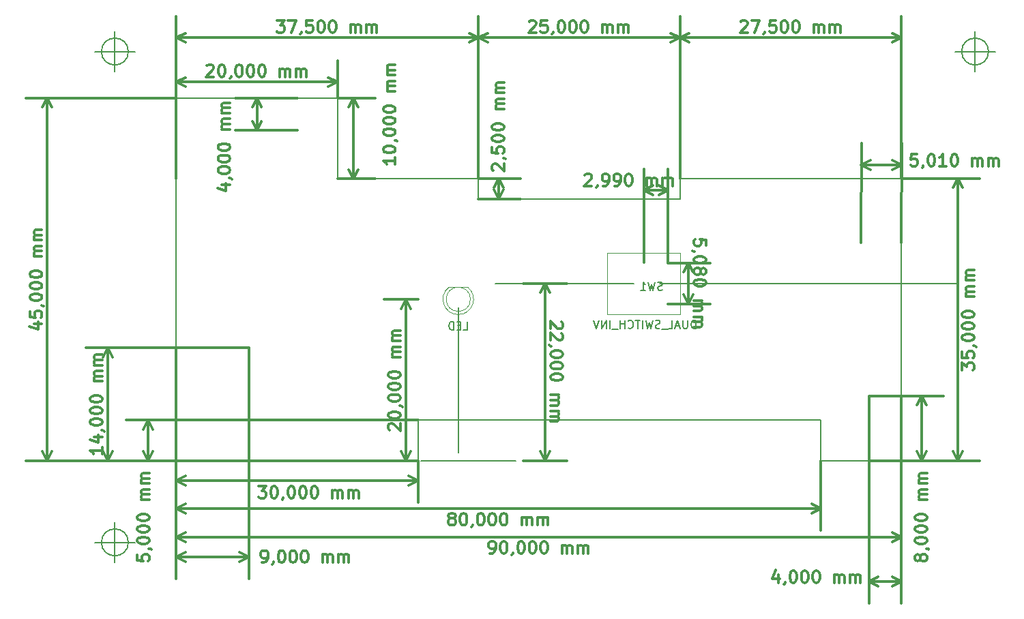
<source format=gbr>
G04 #@! TF.FileFunction,Other,Fab,Bot*
%FSLAX46Y46*%
G04 Gerber Fmt 4.6, Leading zero omitted, Abs format (unit mm)*
G04 Created by KiCad (PCBNEW 4.0.7) date 12/18/17 16:59:21*
%MOMM*%
%LPD*%
G01*
G04 APERTURE LIST*
%ADD10C,0.100000*%
%ADD11C,0.150000*%
%ADD12C,0.300000*%
%ADD13C,0.200000*%
%ADD14C,0.120000*%
G04 APERTURE END LIST*
D10*
D11*
X100000000Y-115000000D02*
X100000000Y-70000000D01*
X130000000Y-115000000D02*
X100000000Y-115000000D01*
D12*
X174714287Y-129178571D02*
X174714287Y-130178571D01*
X174357144Y-128607143D02*
X174000001Y-129678571D01*
X174928573Y-129678571D01*
X175571429Y-130107143D02*
X175571429Y-130178571D01*
X175500001Y-130321429D01*
X175428572Y-130392857D01*
X176500001Y-128678571D02*
X176642858Y-128678571D01*
X176785715Y-128750000D01*
X176857144Y-128821429D01*
X176928573Y-128964286D01*
X177000001Y-129250000D01*
X177000001Y-129607143D01*
X176928573Y-129892857D01*
X176857144Y-130035714D01*
X176785715Y-130107143D01*
X176642858Y-130178571D01*
X176500001Y-130178571D01*
X176357144Y-130107143D01*
X176285715Y-130035714D01*
X176214287Y-129892857D01*
X176142858Y-129607143D01*
X176142858Y-129250000D01*
X176214287Y-128964286D01*
X176285715Y-128821429D01*
X176357144Y-128750000D01*
X176500001Y-128678571D01*
X177928572Y-128678571D02*
X178071429Y-128678571D01*
X178214286Y-128750000D01*
X178285715Y-128821429D01*
X178357144Y-128964286D01*
X178428572Y-129250000D01*
X178428572Y-129607143D01*
X178357144Y-129892857D01*
X178285715Y-130035714D01*
X178214286Y-130107143D01*
X178071429Y-130178571D01*
X177928572Y-130178571D01*
X177785715Y-130107143D01*
X177714286Y-130035714D01*
X177642858Y-129892857D01*
X177571429Y-129607143D01*
X177571429Y-129250000D01*
X177642858Y-128964286D01*
X177714286Y-128821429D01*
X177785715Y-128750000D01*
X177928572Y-128678571D01*
X179357143Y-128678571D02*
X179500000Y-128678571D01*
X179642857Y-128750000D01*
X179714286Y-128821429D01*
X179785715Y-128964286D01*
X179857143Y-129250000D01*
X179857143Y-129607143D01*
X179785715Y-129892857D01*
X179714286Y-130035714D01*
X179642857Y-130107143D01*
X179500000Y-130178571D01*
X179357143Y-130178571D01*
X179214286Y-130107143D01*
X179142857Y-130035714D01*
X179071429Y-129892857D01*
X179000000Y-129607143D01*
X179000000Y-129250000D01*
X179071429Y-128964286D01*
X179142857Y-128821429D01*
X179214286Y-128750000D01*
X179357143Y-128678571D01*
X181642857Y-130178571D02*
X181642857Y-129178571D01*
X181642857Y-129321429D02*
X181714285Y-129250000D01*
X181857143Y-129178571D01*
X182071428Y-129178571D01*
X182214285Y-129250000D01*
X182285714Y-129392857D01*
X182285714Y-130178571D01*
X182285714Y-129392857D02*
X182357143Y-129250000D01*
X182500000Y-129178571D01*
X182714285Y-129178571D01*
X182857143Y-129250000D01*
X182928571Y-129392857D01*
X182928571Y-130178571D01*
X183642857Y-130178571D02*
X183642857Y-129178571D01*
X183642857Y-129321429D02*
X183714285Y-129250000D01*
X183857143Y-129178571D01*
X184071428Y-129178571D01*
X184214285Y-129250000D01*
X184285714Y-129392857D01*
X184285714Y-130178571D01*
X184285714Y-129392857D02*
X184357143Y-129250000D01*
X184500000Y-129178571D01*
X184714285Y-129178571D01*
X184857143Y-129250000D01*
X184928571Y-129392857D01*
X184928571Y-130178571D01*
X186000000Y-129999999D02*
X190000000Y-129999999D01*
X186000000Y-107000000D02*
X186000000Y-132699999D01*
X190000000Y-107000000D02*
X190000000Y-132699999D01*
X190000000Y-129999999D02*
X188873496Y-130586420D01*
X190000000Y-129999999D02*
X188873496Y-129413578D01*
X186000000Y-129999999D02*
X187126504Y-130586420D01*
X186000000Y-129999999D02*
X187126504Y-129413578D01*
X110642858Y-127678571D02*
X110928573Y-127678571D01*
X111071430Y-127607143D01*
X111142858Y-127535714D01*
X111285716Y-127321429D01*
X111357144Y-127035714D01*
X111357144Y-126464286D01*
X111285716Y-126321429D01*
X111214287Y-126250000D01*
X111071430Y-126178571D01*
X110785716Y-126178571D01*
X110642858Y-126250000D01*
X110571430Y-126321429D01*
X110500001Y-126464286D01*
X110500001Y-126821429D01*
X110571430Y-126964286D01*
X110642858Y-127035714D01*
X110785716Y-127107143D01*
X111071430Y-127107143D01*
X111214287Y-127035714D01*
X111285716Y-126964286D01*
X111357144Y-126821429D01*
X112071429Y-127607143D02*
X112071429Y-127678571D01*
X112000001Y-127821429D01*
X111928572Y-127892857D01*
X113000001Y-126178571D02*
X113142858Y-126178571D01*
X113285715Y-126250000D01*
X113357144Y-126321429D01*
X113428573Y-126464286D01*
X113500001Y-126750000D01*
X113500001Y-127107143D01*
X113428573Y-127392857D01*
X113357144Y-127535714D01*
X113285715Y-127607143D01*
X113142858Y-127678571D01*
X113000001Y-127678571D01*
X112857144Y-127607143D01*
X112785715Y-127535714D01*
X112714287Y-127392857D01*
X112642858Y-127107143D01*
X112642858Y-126750000D01*
X112714287Y-126464286D01*
X112785715Y-126321429D01*
X112857144Y-126250000D01*
X113000001Y-126178571D01*
X114428572Y-126178571D02*
X114571429Y-126178571D01*
X114714286Y-126250000D01*
X114785715Y-126321429D01*
X114857144Y-126464286D01*
X114928572Y-126750000D01*
X114928572Y-127107143D01*
X114857144Y-127392857D01*
X114785715Y-127535714D01*
X114714286Y-127607143D01*
X114571429Y-127678571D01*
X114428572Y-127678571D01*
X114285715Y-127607143D01*
X114214286Y-127535714D01*
X114142858Y-127392857D01*
X114071429Y-127107143D01*
X114071429Y-126750000D01*
X114142858Y-126464286D01*
X114214286Y-126321429D01*
X114285715Y-126250000D01*
X114428572Y-126178571D01*
X115857143Y-126178571D02*
X116000000Y-126178571D01*
X116142857Y-126250000D01*
X116214286Y-126321429D01*
X116285715Y-126464286D01*
X116357143Y-126750000D01*
X116357143Y-127107143D01*
X116285715Y-127392857D01*
X116214286Y-127535714D01*
X116142857Y-127607143D01*
X116000000Y-127678571D01*
X115857143Y-127678571D01*
X115714286Y-127607143D01*
X115642857Y-127535714D01*
X115571429Y-127392857D01*
X115500000Y-127107143D01*
X115500000Y-126750000D01*
X115571429Y-126464286D01*
X115642857Y-126321429D01*
X115714286Y-126250000D01*
X115857143Y-126178571D01*
X118142857Y-127678571D02*
X118142857Y-126678571D01*
X118142857Y-126821429D02*
X118214285Y-126750000D01*
X118357143Y-126678571D01*
X118571428Y-126678571D01*
X118714285Y-126750000D01*
X118785714Y-126892857D01*
X118785714Y-127678571D01*
X118785714Y-126892857D02*
X118857143Y-126750000D01*
X119000000Y-126678571D01*
X119214285Y-126678571D01*
X119357143Y-126750000D01*
X119428571Y-126892857D01*
X119428571Y-127678571D01*
X120142857Y-127678571D02*
X120142857Y-126678571D01*
X120142857Y-126821429D02*
X120214285Y-126750000D01*
X120357143Y-126678571D01*
X120571428Y-126678571D01*
X120714285Y-126750000D01*
X120785714Y-126892857D01*
X120785714Y-127678571D01*
X120785714Y-126892857D02*
X120857143Y-126750000D01*
X121000000Y-126678571D01*
X121214285Y-126678571D01*
X121357143Y-126750000D01*
X121428571Y-126892857D01*
X121428571Y-127678571D01*
X109000000Y-127000000D02*
X100000000Y-127000000D01*
X109000000Y-101000000D02*
X109000000Y-129700000D01*
X100000000Y-101000000D02*
X100000000Y-129700000D01*
X100000000Y-127000000D02*
X101126504Y-126413579D01*
X100000000Y-127000000D02*
X101126504Y-127586421D01*
X109000000Y-127000000D02*
X107873496Y-126413579D01*
X109000000Y-127000000D02*
X107873496Y-127586421D01*
X95178571Y-126714284D02*
X95178571Y-127428570D01*
X95892857Y-127499999D01*
X95821429Y-127428570D01*
X95750000Y-127285713D01*
X95750000Y-126928570D01*
X95821429Y-126785713D01*
X95892857Y-126714284D01*
X96035714Y-126642856D01*
X96392857Y-126642856D01*
X96535714Y-126714284D01*
X96607143Y-126785713D01*
X96678571Y-126928570D01*
X96678571Y-127285713D01*
X96607143Y-127428570D01*
X96535714Y-127499999D01*
X96607143Y-125928571D02*
X96678571Y-125928571D01*
X96821429Y-125999999D01*
X96892857Y-126071428D01*
X95178571Y-124999999D02*
X95178571Y-124857142D01*
X95250000Y-124714285D01*
X95321429Y-124642856D01*
X95464286Y-124571427D01*
X95750000Y-124499999D01*
X96107143Y-124499999D01*
X96392857Y-124571427D01*
X96535714Y-124642856D01*
X96607143Y-124714285D01*
X96678571Y-124857142D01*
X96678571Y-124999999D01*
X96607143Y-125142856D01*
X96535714Y-125214285D01*
X96392857Y-125285713D01*
X96107143Y-125357142D01*
X95750000Y-125357142D01*
X95464286Y-125285713D01*
X95321429Y-125214285D01*
X95250000Y-125142856D01*
X95178571Y-124999999D01*
X95178571Y-123571428D02*
X95178571Y-123428571D01*
X95250000Y-123285714D01*
X95321429Y-123214285D01*
X95464286Y-123142856D01*
X95750000Y-123071428D01*
X96107143Y-123071428D01*
X96392857Y-123142856D01*
X96535714Y-123214285D01*
X96607143Y-123285714D01*
X96678571Y-123428571D01*
X96678571Y-123571428D01*
X96607143Y-123714285D01*
X96535714Y-123785714D01*
X96392857Y-123857142D01*
X96107143Y-123928571D01*
X95750000Y-123928571D01*
X95464286Y-123857142D01*
X95321429Y-123785714D01*
X95250000Y-123714285D01*
X95178571Y-123571428D01*
X95178571Y-122142857D02*
X95178571Y-122000000D01*
X95250000Y-121857143D01*
X95321429Y-121785714D01*
X95464286Y-121714285D01*
X95750000Y-121642857D01*
X96107143Y-121642857D01*
X96392857Y-121714285D01*
X96535714Y-121785714D01*
X96607143Y-121857143D01*
X96678571Y-122000000D01*
X96678571Y-122142857D01*
X96607143Y-122285714D01*
X96535714Y-122357143D01*
X96392857Y-122428571D01*
X96107143Y-122500000D01*
X95750000Y-122500000D01*
X95464286Y-122428571D01*
X95321429Y-122357143D01*
X95250000Y-122285714D01*
X95178571Y-122142857D01*
X96678571Y-119857143D02*
X95678571Y-119857143D01*
X95821429Y-119857143D02*
X95750000Y-119785715D01*
X95678571Y-119642857D01*
X95678571Y-119428572D01*
X95750000Y-119285715D01*
X95892857Y-119214286D01*
X96678571Y-119214286D01*
X95892857Y-119214286D02*
X95750000Y-119142857D01*
X95678571Y-119000000D01*
X95678571Y-118785715D01*
X95750000Y-118642857D01*
X95892857Y-118571429D01*
X96678571Y-118571429D01*
X96678571Y-117857143D02*
X95678571Y-117857143D01*
X95821429Y-117857143D02*
X95750000Y-117785715D01*
X95678571Y-117642857D01*
X95678571Y-117428572D01*
X95750000Y-117285715D01*
X95892857Y-117214286D01*
X96678571Y-117214286D01*
X95892857Y-117214286D02*
X95750000Y-117142857D01*
X95678571Y-117000000D01*
X95678571Y-116785715D01*
X95750000Y-116642857D01*
X95892857Y-116571429D01*
X96678571Y-116571429D01*
X96500001Y-115000000D02*
X96500001Y-110000000D01*
X130000000Y-115000000D02*
X93800001Y-115000000D01*
X130000000Y-110000000D02*
X93800001Y-110000000D01*
X96500001Y-110000000D02*
X97086422Y-111126504D01*
X96500001Y-110000000D02*
X95913580Y-111126504D01*
X96500001Y-115000000D02*
X97086422Y-113873496D01*
X96500001Y-115000000D02*
X95913580Y-113873496D01*
X138928572Y-126528570D02*
X139214287Y-126528570D01*
X139357144Y-126457142D01*
X139428572Y-126385713D01*
X139571430Y-126171428D01*
X139642858Y-125885713D01*
X139642858Y-125314285D01*
X139571430Y-125171428D01*
X139500001Y-125099999D01*
X139357144Y-125028570D01*
X139071430Y-125028570D01*
X138928572Y-125099999D01*
X138857144Y-125171428D01*
X138785715Y-125314285D01*
X138785715Y-125671428D01*
X138857144Y-125814285D01*
X138928572Y-125885713D01*
X139071430Y-125957142D01*
X139357144Y-125957142D01*
X139500001Y-125885713D01*
X139571430Y-125814285D01*
X139642858Y-125671428D01*
X140571429Y-125028570D02*
X140714286Y-125028570D01*
X140857143Y-125099999D01*
X140928572Y-125171428D01*
X141000001Y-125314285D01*
X141071429Y-125599999D01*
X141071429Y-125957142D01*
X141000001Y-126242856D01*
X140928572Y-126385713D01*
X140857143Y-126457142D01*
X140714286Y-126528570D01*
X140571429Y-126528570D01*
X140428572Y-126457142D01*
X140357143Y-126385713D01*
X140285715Y-126242856D01*
X140214286Y-125957142D01*
X140214286Y-125599999D01*
X140285715Y-125314285D01*
X140357143Y-125171428D01*
X140428572Y-125099999D01*
X140571429Y-125028570D01*
X141785714Y-126457142D02*
X141785714Y-126528570D01*
X141714286Y-126671428D01*
X141642857Y-126742856D01*
X142714286Y-125028570D02*
X142857143Y-125028570D01*
X143000000Y-125099999D01*
X143071429Y-125171428D01*
X143142858Y-125314285D01*
X143214286Y-125599999D01*
X143214286Y-125957142D01*
X143142858Y-126242856D01*
X143071429Y-126385713D01*
X143000000Y-126457142D01*
X142857143Y-126528570D01*
X142714286Y-126528570D01*
X142571429Y-126457142D01*
X142500000Y-126385713D01*
X142428572Y-126242856D01*
X142357143Y-125957142D01*
X142357143Y-125599999D01*
X142428572Y-125314285D01*
X142500000Y-125171428D01*
X142571429Y-125099999D01*
X142714286Y-125028570D01*
X144142857Y-125028570D02*
X144285714Y-125028570D01*
X144428571Y-125099999D01*
X144500000Y-125171428D01*
X144571429Y-125314285D01*
X144642857Y-125599999D01*
X144642857Y-125957142D01*
X144571429Y-126242856D01*
X144500000Y-126385713D01*
X144428571Y-126457142D01*
X144285714Y-126528570D01*
X144142857Y-126528570D01*
X144000000Y-126457142D01*
X143928571Y-126385713D01*
X143857143Y-126242856D01*
X143785714Y-125957142D01*
X143785714Y-125599999D01*
X143857143Y-125314285D01*
X143928571Y-125171428D01*
X144000000Y-125099999D01*
X144142857Y-125028570D01*
X145571428Y-125028570D02*
X145714285Y-125028570D01*
X145857142Y-125099999D01*
X145928571Y-125171428D01*
X146000000Y-125314285D01*
X146071428Y-125599999D01*
X146071428Y-125957142D01*
X146000000Y-126242856D01*
X145928571Y-126385713D01*
X145857142Y-126457142D01*
X145714285Y-126528570D01*
X145571428Y-126528570D01*
X145428571Y-126457142D01*
X145357142Y-126385713D01*
X145285714Y-126242856D01*
X145214285Y-125957142D01*
X145214285Y-125599999D01*
X145285714Y-125314285D01*
X145357142Y-125171428D01*
X145428571Y-125099999D01*
X145571428Y-125028570D01*
X147857142Y-126528570D02*
X147857142Y-125528570D01*
X147857142Y-125671428D02*
X147928570Y-125599999D01*
X148071428Y-125528570D01*
X148285713Y-125528570D01*
X148428570Y-125599999D01*
X148499999Y-125742856D01*
X148499999Y-126528570D01*
X148499999Y-125742856D02*
X148571428Y-125599999D01*
X148714285Y-125528570D01*
X148928570Y-125528570D01*
X149071428Y-125599999D01*
X149142856Y-125742856D01*
X149142856Y-126528570D01*
X149857142Y-126528570D02*
X149857142Y-125528570D01*
X149857142Y-125671428D02*
X149928570Y-125599999D01*
X150071428Y-125528570D01*
X150285713Y-125528570D01*
X150428570Y-125599999D01*
X150499999Y-125742856D01*
X150499999Y-126528570D01*
X150499999Y-125742856D02*
X150571428Y-125599999D01*
X150714285Y-125528570D01*
X150928570Y-125528570D01*
X151071428Y-125599999D01*
X151142856Y-125742856D01*
X151142856Y-126528570D01*
X100000000Y-124499999D02*
X190000000Y-124499999D01*
X100000000Y-115000000D02*
X100000000Y-127199999D01*
X190000000Y-115000000D02*
X190000000Y-127199999D01*
X190000000Y-124499999D02*
X188873496Y-125086420D01*
X190000000Y-124499999D02*
X188873496Y-123913578D01*
X100000000Y-124499999D02*
X101126504Y-125086420D01*
X100000000Y-124499999D02*
X101126504Y-123913578D01*
X134071430Y-122171428D02*
X133928572Y-122099999D01*
X133857144Y-122028570D01*
X133785715Y-121885713D01*
X133785715Y-121814285D01*
X133857144Y-121671428D01*
X133928572Y-121599999D01*
X134071430Y-121528570D01*
X134357144Y-121528570D01*
X134500001Y-121599999D01*
X134571430Y-121671428D01*
X134642858Y-121814285D01*
X134642858Y-121885713D01*
X134571430Y-122028570D01*
X134500001Y-122099999D01*
X134357144Y-122171428D01*
X134071430Y-122171428D01*
X133928572Y-122242856D01*
X133857144Y-122314285D01*
X133785715Y-122457142D01*
X133785715Y-122742856D01*
X133857144Y-122885713D01*
X133928572Y-122957142D01*
X134071430Y-123028570D01*
X134357144Y-123028570D01*
X134500001Y-122957142D01*
X134571430Y-122885713D01*
X134642858Y-122742856D01*
X134642858Y-122457142D01*
X134571430Y-122314285D01*
X134500001Y-122242856D01*
X134357144Y-122171428D01*
X135571429Y-121528570D02*
X135714286Y-121528570D01*
X135857143Y-121599999D01*
X135928572Y-121671428D01*
X136000001Y-121814285D01*
X136071429Y-122099999D01*
X136071429Y-122457142D01*
X136000001Y-122742856D01*
X135928572Y-122885713D01*
X135857143Y-122957142D01*
X135714286Y-123028570D01*
X135571429Y-123028570D01*
X135428572Y-122957142D01*
X135357143Y-122885713D01*
X135285715Y-122742856D01*
X135214286Y-122457142D01*
X135214286Y-122099999D01*
X135285715Y-121814285D01*
X135357143Y-121671428D01*
X135428572Y-121599999D01*
X135571429Y-121528570D01*
X136785714Y-122957142D02*
X136785714Y-123028570D01*
X136714286Y-123171428D01*
X136642857Y-123242856D01*
X137714286Y-121528570D02*
X137857143Y-121528570D01*
X138000000Y-121599999D01*
X138071429Y-121671428D01*
X138142858Y-121814285D01*
X138214286Y-122099999D01*
X138214286Y-122457142D01*
X138142858Y-122742856D01*
X138071429Y-122885713D01*
X138000000Y-122957142D01*
X137857143Y-123028570D01*
X137714286Y-123028570D01*
X137571429Y-122957142D01*
X137500000Y-122885713D01*
X137428572Y-122742856D01*
X137357143Y-122457142D01*
X137357143Y-122099999D01*
X137428572Y-121814285D01*
X137500000Y-121671428D01*
X137571429Y-121599999D01*
X137714286Y-121528570D01*
X139142857Y-121528570D02*
X139285714Y-121528570D01*
X139428571Y-121599999D01*
X139500000Y-121671428D01*
X139571429Y-121814285D01*
X139642857Y-122099999D01*
X139642857Y-122457142D01*
X139571429Y-122742856D01*
X139500000Y-122885713D01*
X139428571Y-122957142D01*
X139285714Y-123028570D01*
X139142857Y-123028570D01*
X139000000Y-122957142D01*
X138928571Y-122885713D01*
X138857143Y-122742856D01*
X138785714Y-122457142D01*
X138785714Y-122099999D01*
X138857143Y-121814285D01*
X138928571Y-121671428D01*
X139000000Y-121599999D01*
X139142857Y-121528570D01*
X140571428Y-121528570D02*
X140714285Y-121528570D01*
X140857142Y-121599999D01*
X140928571Y-121671428D01*
X141000000Y-121814285D01*
X141071428Y-122099999D01*
X141071428Y-122457142D01*
X141000000Y-122742856D01*
X140928571Y-122885713D01*
X140857142Y-122957142D01*
X140714285Y-123028570D01*
X140571428Y-123028570D01*
X140428571Y-122957142D01*
X140357142Y-122885713D01*
X140285714Y-122742856D01*
X140214285Y-122457142D01*
X140214285Y-122099999D01*
X140285714Y-121814285D01*
X140357142Y-121671428D01*
X140428571Y-121599999D01*
X140571428Y-121528570D01*
X142857142Y-123028570D02*
X142857142Y-122028570D01*
X142857142Y-122171428D02*
X142928570Y-122099999D01*
X143071428Y-122028570D01*
X143285713Y-122028570D01*
X143428570Y-122099999D01*
X143499999Y-122242856D01*
X143499999Y-123028570D01*
X143499999Y-122242856D02*
X143571428Y-122099999D01*
X143714285Y-122028570D01*
X143928570Y-122028570D01*
X144071428Y-122099999D01*
X144142856Y-122242856D01*
X144142856Y-123028570D01*
X144857142Y-123028570D02*
X144857142Y-122028570D01*
X144857142Y-122171428D02*
X144928570Y-122099999D01*
X145071428Y-122028570D01*
X145285713Y-122028570D01*
X145428570Y-122099999D01*
X145499999Y-122242856D01*
X145499999Y-123028570D01*
X145499999Y-122242856D02*
X145571428Y-122099999D01*
X145714285Y-122028570D01*
X145928570Y-122028570D01*
X146071428Y-122099999D01*
X146142856Y-122242856D01*
X146142856Y-123028570D01*
X100000000Y-120999999D02*
X180000000Y-120999999D01*
X100000000Y-115000000D02*
X100000000Y-123699999D01*
X180000000Y-115000000D02*
X180000000Y-123699999D01*
X180000000Y-120999999D02*
X178873496Y-121586420D01*
X180000000Y-120999999D02*
X178873496Y-120413578D01*
X100000000Y-120999999D02*
X101126504Y-121586420D01*
X100000000Y-120999999D02*
X101126504Y-120413578D01*
X110214287Y-118178571D02*
X111142858Y-118178571D01*
X110642858Y-118750000D01*
X110857144Y-118750000D01*
X111000001Y-118821429D01*
X111071430Y-118892857D01*
X111142858Y-119035714D01*
X111142858Y-119392857D01*
X111071430Y-119535714D01*
X111000001Y-119607143D01*
X110857144Y-119678571D01*
X110428572Y-119678571D01*
X110285715Y-119607143D01*
X110214287Y-119535714D01*
X112071429Y-118178571D02*
X112214286Y-118178571D01*
X112357143Y-118250000D01*
X112428572Y-118321429D01*
X112500001Y-118464286D01*
X112571429Y-118750000D01*
X112571429Y-119107143D01*
X112500001Y-119392857D01*
X112428572Y-119535714D01*
X112357143Y-119607143D01*
X112214286Y-119678571D01*
X112071429Y-119678571D01*
X111928572Y-119607143D01*
X111857143Y-119535714D01*
X111785715Y-119392857D01*
X111714286Y-119107143D01*
X111714286Y-118750000D01*
X111785715Y-118464286D01*
X111857143Y-118321429D01*
X111928572Y-118250000D01*
X112071429Y-118178571D01*
X113285714Y-119607143D02*
X113285714Y-119678571D01*
X113214286Y-119821429D01*
X113142857Y-119892857D01*
X114214286Y-118178571D02*
X114357143Y-118178571D01*
X114500000Y-118250000D01*
X114571429Y-118321429D01*
X114642858Y-118464286D01*
X114714286Y-118750000D01*
X114714286Y-119107143D01*
X114642858Y-119392857D01*
X114571429Y-119535714D01*
X114500000Y-119607143D01*
X114357143Y-119678571D01*
X114214286Y-119678571D01*
X114071429Y-119607143D01*
X114000000Y-119535714D01*
X113928572Y-119392857D01*
X113857143Y-119107143D01*
X113857143Y-118750000D01*
X113928572Y-118464286D01*
X114000000Y-118321429D01*
X114071429Y-118250000D01*
X114214286Y-118178571D01*
X115642857Y-118178571D02*
X115785714Y-118178571D01*
X115928571Y-118250000D01*
X116000000Y-118321429D01*
X116071429Y-118464286D01*
X116142857Y-118750000D01*
X116142857Y-119107143D01*
X116071429Y-119392857D01*
X116000000Y-119535714D01*
X115928571Y-119607143D01*
X115785714Y-119678571D01*
X115642857Y-119678571D01*
X115500000Y-119607143D01*
X115428571Y-119535714D01*
X115357143Y-119392857D01*
X115285714Y-119107143D01*
X115285714Y-118750000D01*
X115357143Y-118464286D01*
X115428571Y-118321429D01*
X115500000Y-118250000D01*
X115642857Y-118178571D01*
X117071428Y-118178571D02*
X117214285Y-118178571D01*
X117357142Y-118250000D01*
X117428571Y-118321429D01*
X117500000Y-118464286D01*
X117571428Y-118750000D01*
X117571428Y-119107143D01*
X117500000Y-119392857D01*
X117428571Y-119535714D01*
X117357142Y-119607143D01*
X117214285Y-119678571D01*
X117071428Y-119678571D01*
X116928571Y-119607143D01*
X116857142Y-119535714D01*
X116785714Y-119392857D01*
X116714285Y-119107143D01*
X116714285Y-118750000D01*
X116785714Y-118464286D01*
X116857142Y-118321429D01*
X116928571Y-118250000D01*
X117071428Y-118178571D01*
X119357142Y-119678571D02*
X119357142Y-118678571D01*
X119357142Y-118821429D02*
X119428570Y-118750000D01*
X119571428Y-118678571D01*
X119785713Y-118678571D01*
X119928570Y-118750000D01*
X119999999Y-118892857D01*
X119999999Y-119678571D01*
X119999999Y-118892857D02*
X120071428Y-118750000D01*
X120214285Y-118678571D01*
X120428570Y-118678571D01*
X120571428Y-118750000D01*
X120642856Y-118892857D01*
X120642856Y-119678571D01*
X121357142Y-119678571D02*
X121357142Y-118678571D01*
X121357142Y-118821429D02*
X121428570Y-118750000D01*
X121571428Y-118678571D01*
X121785713Y-118678571D01*
X121928570Y-118750000D01*
X121999999Y-118892857D01*
X121999999Y-119678571D01*
X121999999Y-118892857D02*
X122071428Y-118750000D01*
X122214285Y-118678571D01*
X122428570Y-118678571D01*
X122571428Y-118750000D01*
X122642856Y-118892857D01*
X122642856Y-119678571D01*
X130000000Y-117500000D02*
X100000000Y-117500000D01*
X130000000Y-115000000D02*
X130000000Y-120200000D01*
X100000000Y-115000000D02*
X100000000Y-120200000D01*
X100000000Y-117500000D02*
X101126504Y-116913579D01*
X100000000Y-117500000D02*
X101126504Y-118086421D01*
X130000000Y-117500000D02*
X128873496Y-116913579D01*
X130000000Y-117500000D02*
X128873496Y-118086421D01*
X170035715Y-60471429D02*
X170107144Y-60400000D01*
X170250001Y-60328571D01*
X170607144Y-60328571D01*
X170750001Y-60400000D01*
X170821430Y-60471429D01*
X170892858Y-60614286D01*
X170892858Y-60757143D01*
X170821430Y-60971429D01*
X169964287Y-61828571D01*
X170892858Y-61828571D01*
X171392858Y-60328571D02*
X172392858Y-60328571D01*
X171750001Y-61828571D01*
X173035714Y-61757143D02*
X173035714Y-61828571D01*
X172964286Y-61971429D01*
X172892857Y-62042857D01*
X174392858Y-60328571D02*
X173678572Y-60328571D01*
X173607143Y-61042857D01*
X173678572Y-60971429D01*
X173821429Y-60900000D01*
X174178572Y-60900000D01*
X174321429Y-60971429D01*
X174392858Y-61042857D01*
X174464286Y-61185714D01*
X174464286Y-61542857D01*
X174392858Y-61685714D01*
X174321429Y-61757143D01*
X174178572Y-61828571D01*
X173821429Y-61828571D01*
X173678572Y-61757143D01*
X173607143Y-61685714D01*
X175392857Y-60328571D02*
X175535714Y-60328571D01*
X175678571Y-60400000D01*
X175750000Y-60471429D01*
X175821429Y-60614286D01*
X175892857Y-60900000D01*
X175892857Y-61257143D01*
X175821429Y-61542857D01*
X175750000Y-61685714D01*
X175678571Y-61757143D01*
X175535714Y-61828571D01*
X175392857Y-61828571D01*
X175250000Y-61757143D01*
X175178571Y-61685714D01*
X175107143Y-61542857D01*
X175035714Y-61257143D01*
X175035714Y-60900000D01*
X175107143Y-60614286D01*
X175178571Y-60471429D01*
X175250000Y-60400000D01*
X175392857Y-60328571D01*
X176821428Y-60328571D02*
X176964285Y-60328571D01*
X177107142Y-60400000D01*
X177178571Y-60471429D01*
X177250000Y-60614286D01*
X177321428Y-60900000D01*
X177321428Y-61257143D01*
X177250000Y-61542857D01*
X177178571Y-61685714D01*
X177107142Y-61757143D01*
X176964285Y-61828571D01*
X176821428Y-61828571D01*
X176678571Y-61757143D01*
X176607142Y-61685714D01*
X176535714Y-61542857D01*
X176464285Y-61257143D01*
X176464285Y-60900000D01*
X176535714Y-60614286D01*
X176607142Y-60471429D01*
X176678571Y-60400000D01*
X176821428Y-60328571D01*
X179107142Y-61828571D02*
X179107142Y-60828571D01*
X179107142Y-60971429D02*
X179178570Y-60900000D01*
X179321428Y-60828571D01*
X179535713Y-60828571D01*
X179678570Y-60900000D01*
X179749999Y-61042857D01*
X179749999Y-61828571D01*
X179749999Y-61042857D02*
X179821428Y-60900000D01*
X179964285Y-60828571D01*
X180178570Y-60828571D01*
X180321428Y-60900000D01*
X180392856Y-61042857D01*
X180392856Y-61828571D01*
X181107142Y-61828571D02*
X181107142Y-60828571D01*
X181107142Y-60971429D02*
X181178570Y-60900000D01*
X181321428Y-60828571D01*
X181535713Y-60828571D01*
X181678570Y-60900000D01*
X181749999Y-61042857D01*
X181749999Y-61828571D01*
X181749999Y-61042857D02*
X181821428Y-60900000D01*
X181964285Y-60828571D01*
X182178570Y-60828571D01*
X182321428Y-60900000D01*
X182392856Y-61042857D01*
X182392856Y-61828571D01*
X162500000Y-62500000D02*
X190000000Y-62500000D01*
X162500000Y-80000000D02*
X162500000Y-59800000D01*
X190000000Y-80000000D02*
X190000000Y-59800000D01*
X190000000Y-62500000D02*
X188873496Y-63086421D01*
X190000000Y-62500000D02*
X188873496Y-61913579D01*
X162500000Y-62500000D02*
X163626504Y-63086421D01*
X162500000Y-62500000D02*
X163626504Y-61913579D01*
X143785715Y-60471430D02*
X143857144Y-60400001D01*
X144000001Y-60328572D01*
X144357144Y-60328572D01*
X144500001Y-60400001D01*
X144571430Y-60471430D01*
X144642858Y-60614287D01*
X144642858Y-60757144D01*
X144571430Y-60971430D01*
X143714287Y-61828572D01*
X144642858Y-61828572D01*
X146000001Y-60328572D02*
X145285715Y-60328572D01*
X145214286Y-61042858D01*
X145285715Y-60971430D01*
X145428572Y-60900001D01*
X145785715Y-60900001D01*
X145928572Y-60971430D01*
X146000001Y-61042858D01*
X146071429Y-61185715D01*
X146071429Y-61542858D01*
X146000001Y-61685715D01*
X145928572Y-61757144D01*
X145785715Y-61828572D01*
X145428572Y-61828572D01*
X145285715Y-61757144D01*
X145214286Y-61685715D01*
X146785714Y-61757144D02*
X146785714Y-61828572D01*
X146714286Y-61971430D01*
X146642857Y-62042858D01*
X147714286Y-60328572D02*
X147857143Y-60328572D01*
X148000000Y-60400001D01*
X148071429Y-60471430D01*
X148142858Y-60614287D01*
X148214286Y-60900001D01*
X148214286Y-61257144D01*
X148142858Y-61542858D01*
X148071429Y-61685715D01*
X148000000Y-61757144D01*
X147857143Y-61828572D01*
X147714286Y-61828572D01*
X147571429Y-61757144D01*
X147500000Y-61685715D01*
X147428572Y-61542858D01*
X147357143Y-61257144D01*
X147357143Y-60900001D01*
X147428572Y-60614287D01*
X147500000Y-60471430D01*
X147571429Y-60400001D01*
X147714286Y-60328572D01*
X149142857Y-60328572D02*
X149285714Y-60328572D01*
X149428571Y-60400001D01*
X149500000Y-60471430D01*
X149571429Y-60614287D01*
X149642857Y-60900001D01*
X149642857Y-61257144D01*
X149571429Y-61542858D01*
X149500000Y-61685715D01*
X149428571Y-61757144D01*
X149285714Y-61828572D01*
X149142857Y-61828572D01*
X149000000Y-61757144D01*
X148928571Y-61685715D01*
X148857143Y-61542858D01*
X148785714Y-61257144D01*
X148785714Y-60900001D01*
X148857143Y-60614287D01*
X148928571Y-60471430D01*
X149000000Y-60400001D01*
X149142857Y-60328572D01*
X150571428Y-60328572D02*
X150714285Y-60328572D01*
X150857142Y-60400001D01*
X150928571Y-60471430D01*
X151000000Y-60614287D01*
X151071428Y-60900001D01*
X151071428Y-61257144D01*
X151000000Y-61542858D01*
X150928571Y-61685715D01*
X150857142Y-61757144D01*
X150714285Y-61828572D01*
X150571428Y-61828572D01*
X150428571Y-61757144D01*
X150357142Y-61685715D01*
X150285714Y-61542858D01*
X150214285Y-61257144D01*
X150214285Y-60900001D01*
X150285714Y-60614287D01*
X150357142Y-60471430D01*
X150428571Y-60400001D01*
X150571428Y-60328572D01*
X152857142Y-61828572D02*
X152857142Y-60828572D01*
X152857142Y-60971430D02*
X152928570Y-60900001D01*
X153071428Y-60828572D01*
X153285713Y-60828572D01*
X153428570Y-60900001D01*
X153499999Y-61042858D01*
X153499999Y-61828572D01*
X153499999Y-61042858D02*
X153571428Y-60900001D01*
X153714285Y-60828572D01*
X153928570Y-60828572D01*
X154071428Y-60900001D01*
X154142856Y-61042858D01*
X154142856Y-61828572D01*
X154857142Y-61828572D02*
X154857142Y-60828572D01*
X154857142Y-60971430D02*
X154928570Y-60900001D01*
X155071428Y-60828572D01*
X155285713Y-60828572D01*
X155428570Y-60900001D01*
X155499999Y-61042858D01*
X155499999Y-61828572D01*
X155499999Y-61042858D02*
X155571428Y-60900001D01*
X155714285Y-60828572D01*
X155928570Y-60828572D01*
X156071428Y-60900001D01*
X156142856Y-61042858D01*
X156142856Y-61828572D01*
X162500000Y-62500001D02*
X137500000Y-62500001D01*
X162500000Y-80000000D02*
X162500000Y-59800001D01*
X137500000Y-80000000D02*
X137500000Y-59800001D01*
X137500000Y-62500001D02*
X138626504Y-61913580D01*
X137500000Y-62500001D02*
X138626504Y-63086422D01*
X162500000Y-62500001D02*
X161373496Y-61913580D01*
X162500000Y-62500001D02*
X161373496Y-63086422D01*
X112464287Y-60328572D02*
X113392858Y-60328572D01*
X112892858Y-60900001D01*
X113107144Y-60900001D01*
X113250001Y-60971430D01*
X113321430Y-61042858D01*
X113392858Y-61185715D01*
X113392858Y-61542858D01*
X113321430Y-61685715D01*
X113250001Y-61757144D01*
X113107144Y-61828572D01*
X112678572Y-61828572D01*
X112535715Y-61757144D01*
X112464287Y-61685715D01*
X113892858Y-60328572D02*
X114892858Y-60328572D01*
X114250001Y-61828572D01*
X115535714Y-61757144D02*
X115535714Y-61828572D01*
X115464286Y-61971430D01*
X115392857Y-62042858D01*
X116892858Y-60328572D02*
X116178572Y-60328572D01*
X116107143Y-61042858D01*
X116178572Y-60971430D01*
X116321429Y-60900001D01*
X116678572Y-60900001D01*
X116821429Y-60971430D01*
X116892858Y-61042858D01*
X116964286Y-61185715D01*
X116964286Y-61542858D01*
X116892858Y-61685715D01*
X116821429Y-61757144D01*
X116678572Y-61828572D01*
X116321429Y-61828572D01*
X116178572Y-61757144D01*
X116107143Y-61685715D01*
X117892857Y-60328572D02*
X118035714Y-60328572D01*
X118178571Y-60400001D01*
X118250000Y-60471430D01*
X118321429Y-60614287D01*
X118392857Y-60900001D01*
X118392857Y-61257144D01*
X118321429Y-61542858D01*
X118250000Y-61685715D01*
X118178571Y-61757144D01*
X118035714Y-61828572D01*
X117892857Y-61828572D01*
X117750000Y-61757144D01*
X117678571Y-61685715D01*
X117607143Y-61542858D01*
X117535714Y-61257144D01*
X117535714Y-60900001D01*
X117607143Y-60614287D01*
X117678571Y-60471430D01*
X117750000Y-60400001D01*
X117892857Y-60328572D01*
X119321428Y-60328572D02*
X119464285Y-60328572D01*
X119607142Y-60400001D01*
X119678571Y-60471430D01*
X119750000Y-60614287D01*
X119821428Y-60900001D01*
X119821428Y-61257144D01*
X119750000Y-61542858D01*
X119678571Y-61685715D01*
X119607142Y-61757144D01*
X119464285Y-61828572D01*
X119321428Y-61828572D01*
X119178571Y-61757144D01*
X119107142Y-61685715D01*
X119035714Y-61542858D01*
X118964285Y-61257144D01*
X118964285Y-60900001D01*
X119035714Y-60614287D01*
X119107142Y-60471430D01*
X119178571Y-60400001D01*
X119321428Y-60328572D01*
X121607142Y-61828572D02*
X121607142Y-60828572D01*
X121607142Y-60971430D02*
X121678570Y-60900001D01*
X121821428Y-60828572D01*
X122035713Y-60828572D01*
X122178570Y-60900001D01*
X122249999Y-61042858D01*
X122249999Y-61828572D01*
X122249999Y-61042858D02*
X122321428Y-60900001D01*
X122464285Y-60828572D01*
X122678570Y-60828572D01*
X122821428Y-60900001D01*
X122892856Y-61042858D01*
X122892856Y-61828572D01*
X123607142Y-61828572D02*
X123607142Y-60828572D01*
X123607142Y-60971430D02*
X123678570Y-60900001D01*
X123821428Y-60828572D01*
X124035713Y-60828572D01*
X124178570Y-60900001D01*
X124249999Y-61042858D01*
X124249999Y-61828572D01*
X124249999Y-61042858D02*
X124321428Y-60900001D01*
X124464285Y-60828572D01*
X124678570Y-60828572D01*
X124821428Y-60900001D01*
X124892856Y-61042858D01*
X124892856Y-61828572D01*
X137500000Y-62500001D02*
X100000000Y-62500001D01*
X137500000Y-80000000D02*
X137500000Y-59800001D01*
X100000000Y-80000000D02*
X100000000Y-59800001D01*
X100000000Y-62500001D02*
X101126504Y-61913580D01*
X100000000Y-62500001D02*
X101126504Y-63086422D01*
X137500000Y-62500001D02*
X136373496Y-61913580D01*
X137500000Y-62500001D02*
X136373496Y-63086422D01*
X103785715Y-65971429D02*
X103857144Y-65900000D01*
X104000001Y-65828571D01*
X104357144Y-65828571D01*
X104500001Y-65900000D01*
X104571430Y-65971429D01*
X104642858Y-66114286D01*
X104642858Y-66257143D01*
X104571430Y-66471429D01*
X103714287Y-67328571D01*
X104642858Y-67328571D01*
X105571429Y-65828571D02*
X105714286Y-65828571D01*
X105857143Y-65900000D01*
X105928572Y-65971429D01*
X106000001Y-66114286D01*
X106071429Y-66400000D01*
X106071429Y-66757143D01*
X106000001Y-67042857D01*
X105928572Y-67185714D01*
X105857143Y-67257143D01*
X105714286Y-67328571D01*
X105571429Y-67328571D01*
X105428572Y-67257143D01*
X105357143Y-67185714D01*
X105285715Y-67042857D01*
X105214286Y-66757143D01*
X105214286Y-66400000D01*
X105285715Y-66114286D01*
X105357143Y-65971429D01*
X105428572Y-65900000D01*
X105571429Y-65828571D01*
X106785714Y-67257143D02*
X106785714Y-67328571D01*
X106714286Y-67471429D01*
X106642857Y-67542857D01*
X107714286Y-65828571D02*
X107857143Y-65828571D01*
X108000000Y-65900000D01*
X108071429Y-65971429D01*
X108142858Y-66114286D01*
X108214286Y-66400000D01*
X108214286Y-66757143D01*
X108142858Y-67042857D01*
X108071429Y-67185714D01*
X108000000Y-67257143D01*
X107857143Y-67328571D01*
X107714286Y-67328571D01*
X107571429Y-67257143D01*
X107500000Y-67185714D01*
X107428572Y-67042857D01*
X107357143Y-66757143D01*
X107357143Y-66400000D01*
X107428572Y-66114286D01*
X107500000Y-65971429D01*
X107571429Y-65900000D01*
X107714286Y-65828571D01*
X109142857Y-65828571D02*
X109285714Y-65828571D01*
X109428571Y-65900000D01*
X109500000Y-65971429D01*
X109571429Y-66114286D01*
X109642857Y-66400000D01*
X109642857Y-66757143D01*
X109571429Y-67042857D01*
X109500000Y-67185714D01*
X109428571Y-67257143D01*
X109285714Y-67328571D01*
X109142857Y-67328571D01*
X109000000Y-67257143D01*
X108928571Y-67185714D01*
X108857143Y-67042857D01*
X108785714Y-66757143D01*
X108785714Y-66400000D01*
X108857143Y-66114286D01*
X108928571Y-65971429D01*
X109000000Y-65900000D01*
X109142857Y-65828571D01*
X110571428Y-65828571D02*
X110714285Y-65828571D01*
X110857142Y-65900000D01*
X110928571Y-65971429D01*
X111000000Y-66114286D01*
X111071428Y-66400000D01*
X111071428Y-66757143D01*
X111000000Y-67042857D01*
X110928571Y-67185714D01*
X110857142Y-67257143D01*
X110714285Y-67328571D01*
X110571428Y-67328571D01*
X110428571Y-67257143D01*
X110357142Y-67185714D01*
X110285714Y-67042857D01*
X110214285Y-66757143D01*
X110214285Y-66400000D01*
X110285714Y-66114286D01*
X110357142Y-65971429D01*
X110428571Y-65900000D01*
X110571428Y-65828571D01*
X112857142Y-67328571D02*
X112857142Y-66328571D01*
X112857142Y-66471429D02*
X112928570Y-66400000D01*
X113071428Y-66328571D01*
X113285713Y-66328571D01*
X113428570Y-66400000D01*
X113499999Y-66542857D01*
X113499999Y-67328571D01*
X113499999Y-66542857D02*
X113571428Y-66400000D01*
X113714285Y-66328571D01*
X113928570Y-66328571D01*
X114071428Y-66400000D01*
X114142856Y-66542857D01*
X114142856Y-67328571D01*
X114857142Y-67328571D02*
X114857142Y-66328571D01*
X114857142Y-66471429D02*
X114928570Y-66400000D01*
X115071428Y-66328571D01*
X115285713Y-66328571D01*
X115428570Y-66400000D01*
X115499999Y-66542857D01*
X115499999Y-67328571D01*
X115499999Y-66542857D02*
X115571428Y-66400000D01*
X115714285Y-66328571D01*
X115928570Y-66328571D01*
X116071428Y-66400000D01*
X116142856Y-66542857D01*
X116142856Y-67328571D01*
X100000000Y-68000000D02*
X120000000Y-68000000D01*
X100000000Y-70000000D02*
X100000000Y-65300000D01*
X120000000Y-70000000D02*
X120000000Y-65300000D01*
X120000000Y-68000000D02*
X118873496Y-68586421D01*
X120000000Y-68000000D02*
X118873496Y-67413579D01*
X100000000Y-68000000D02*
X101126504Y-68586421D01*
X100000000Y-68000000D02*
X101126504Y-67413579D01*
X82328571Y-97999999D02*
X83328571Y-97999999D01*
X81757143Y-98357142D02*
X82828571Y-98714285D01*
X82828571Y-97785713D01*
X81828571Y-96499999D02*
X81828571Y-97214285D01*
X82542857Y-97285714D01*
X82471429Y-97214285D01*
X82400000Y-97071428D01*
X82400000Y-96714285D01*
X82471429Y-96571428D01*
X82542857Y-96499999D01*
X82685714Y-96428571D01*
X83042857Y-96428571D01*
X83185714Y-96499999D01*
X83257143Y-96571428D01*
X83328571Y-96714285D01*
X83328571Y-97071428D01*
X83257143Y-97214285D01*
X83185714Y-97285714D01*
X83257143Y-95714286D02*
X83328571Y-95714286D01*
X83471429Y-95785714D01*
X83542857Y-95857143D01*
X81828571Y-94785714D02*
X81828571Y-94642857D01*
X81900000Y-94500000D01*
X81971429Y-94428571D01*
X82114286Y-94357142D01*
X82400000Y-94285714D01*
X82757143Y-94285714D01*
X83042857Y-94357142D01*
X83185714Y-94428571D01*
X83257143Y-94500000D01*
X83328571Y-94642857D01*
X83328571Y-94785714D01*
X83257143Y-94928571D01*
X83185714Y-95000000D01*
X83042857Y-95071428D01*
X82757143Y-95142857D01*
X82400000Y-95142857D01*
X82114286Y-95071428D01*
X81971429Y-95000000D01*
X81900000Y-94928571D01*
X81828571Y-94785714D01*
X81828571Y-93357143D02*
X81828571Y-93214286D01*
X81900000Y-93071429D01*
X81971429Y-93000000D01*
X82114286Y-92928571D01*
X82400000Y-92857143D01*
X82757143Y-92857143D01*
X83042857Y-92928571D01*
X83185714Y-93000000D01*
X83257143Y-93071429D01*
X83328571Y-93214286D01*
X83328571Y-93357143D01*
X83257143Y-93500000D01*
X83185714Y-93571429D01*
X83042857Y-93642857D01*
X82757143Y-93714286D01*
X82400000Y-93714286D01*
X82114286Y-93642857D01*
X81971429Y-93571429D01*
X81900000Y-93500000D01*
X81828571Y-93357143D01*
X81828571Y-91928572D02*
X81828571Y-91785715D01*
X81900000Y-91642858D01*
X81971429Y-91571429D01*
X82114286Y-91500000D01*
X82400000Y-91428572D01*
X82757143Y-91428572D01*
X83042857Y-91500000D01*
X83185714Y-91571429D01*
X83257143Y-91642858D01*
X83328571Y-91785715D01*
X83328571Y-91928572D01*
X83257143Y-92071429D01*
X83185714Y-92142858D01*
X83042857Y-92214286D01*
X82757143Y-92285715D01*
X82400000Y-92285715D01*
X82114286Y-92214286D01*
X81971429Y-92142858D01*
X81900000Y-92071429D01*
X81828571Y-91928572D01*
X83328571Y-89642858D02*
X82328571Y-89642858D01*
X82471429Y-89642858D02*
X82400000Y-89571430D01*
X82328571Y-89428572D01*
X82328571Y-89214287D01*
X82400000Y-89071430D01*
X82542857Y-89000001D01*
X83328571Y-89000001D01*
X82542857Y-89000001D02*
X82400000Y-88928572D01*
X82328571Y-88785715D01*
X82328571Y-88571430D01*
X82400000Y-88428572D01*
X82542857Y-88357144D01*
X83328571Y-88357144D01*
X83328571Y-87642858D02*
X82328571Y-87642858D01*
X82471429Y-87642858D02*
X82400000Y-87571430D01*
X82328571Y-87428572D01*
X82328571Y-87214287D01*
X82400000Y-87071430D01*
X82542857Y-87000001D01*
X83328571Y-87000001D01*
X82542857Y-87000001D02*
X82400000Y-86928572D01*
X82328571Y-86785715D01*
X82328571Y-86571430D01*
X82400000Y-86428572D01*
X82542857Y-86357144D01*
X83328571Y-86357144D01*
X84000000Y-115000000D02*
X84000000Y-70000000D01*
X100000000Y-115000000D02*
X81300000Y-115000000D01*
X100000000Y-70000000D02*
X81300000Y-70000000D01*
X84000000Y-70000000D02*
X84586421Y-71126504D01*
X84000000Y-70000000D02*
X83413579Y-71126504D01*
X84000000Y-115000000D02*
X84586421Y-113873496D01*
X84000000Y-115000000D02*
X83413579Y-113873496D01*
X105678571Y-80785713D02*
X106678571Y-80785713D01*
X105107143Y-81142856D02*
X106178571Y-81499999D01*
X106178571Y-80571427D01*
X106607143Y-79928571D02*
X106678571Y-79928571D01*
X106821429Y-79999999D01*
X106892857Y-80071428D01*
X105178571Y-78999999D02*
X105178571Y-78857142D01*
X105250000Y-78714285D01*
X105321429Y-78642856D01*
X105464286Y-78571427D01*
X105750000Y-78499999D01*
X106107143Y-78499999D01*
X106392857Y-78571427D01*
X106535714Y-78642856D01*
X106607143Y-78714285D01*
X106678571Y-78857142D01*
X106678571Y-78999999D01*
X106607143Y-79142856D01*
X106535714Y-79214285D01*
X106392857Y-79285713D01*
X106107143Y-79357142D01*
X105750000Y-79357142D01*
X105464286Y-79285713D01*
X105321429Y-79214285D01*
X105250000Y-79142856D01*
X105178571Y-78999999D01*
X105178571Y-77571428D02*
X105178571Y-77428571D01*
X105250000Y-77285714D01*
X105321429Y-77214285D01*
X105464286Y-77142856D01*
X105750000Y-77071428D01*
X106107143Y-77071428D01*
X106392857Y-77142856D01*
X106535714Y-77214285D01*
X106607143Y-77285714D01*
X106678571Y-77428571D01*
X106678571Y-77571428D01*
X106607143Y-77714285D01*
X106535714Y-77785714D01*
X106392857Y-77857142D01*
X106107143Y-77928571D01*
X105750000Y-77928571D01*
X105464286Y-77857142D01*
X105321429Y-77785714D01*
X105250000Y-77714285D01*
X105178571Y-77571428D01*
X105178571Y-76142857D02*
X105178571Y-76000000D01*
X105250000Y-75857143D01*
X105321429Y-75785714D01*
X105464286Y-75714285D01*
X105750000Y-75642857D01*
X106107143Y-75642857D01*
X106392857Y-75714285D01*
X106535714Y-75785714D01*
X106607143Y-75857143D01*
X106678571Y-76000000D01*
X106678571Y-76142857D01*
X106607143Y-76285714D01*
X106535714Y-76357143D01*
X106392857Y-76428571D01*
X106107143Y-76500000D01*
X105750000Y-76500000D01*
X105464286Y-76428571D01*
X105321429Y-76357143D01*
X105250000Y-76285714D01*
X105178571Y-76142857D01*
X106678571Y-73857143D02*
X105678571Y-73857143D01*
X105821429Y-73857143D02*
X105750000Y-73785715D01*
X105678571Y-73642857D01*
X105678571Y-73428572D01*
X105750000Y-73285715D01*
X105892857Y-73214286D01*
X106678571Y-73214286D01*
X105892857Y-73214286D02*
X105750000Y-73142857D01*
X105678571Y-73000000D01*
X105678571Y-72785715D01*
X105750000Y-72642857D01*
X105892857Y-72571429D01*
X106678571Y-72571429D01*
X106678571Y-71857143D02*
X105678571Y-71857143D01*
X105821429Y-71857143D02*
X105750000Y-71785715D01*
X105678571Y-71642857D01*
X105678571Y-71428572D01*
X105750000Y-71285715D01*
X105892857Y-71214286D01*
X106678571Y-71214286D01*
X105892857Y-71214286D02*
X105750000Y-71142857D01*
X105678571Y-71000000D01*
X105678571Y-70785715D01*
X105750000Y-70642857D01*
X105892857Y-70571429D01*
X106678571Y-70571429D01*
X110000000Y-74000000D02*
X110000000Y-70000000D01*
X115000000Y-74000000D02*
X107300000Y-74000000D01*
X115000000Y-70000000D02*
X107300000Y-70000000D01*
X110000000Y-70000000D02*
X110586421Y-71126504D01*
X110000000Y-70000000D02*
X109413579Y-71126504D01*
X110000000Y-74000000D02*
X110586421Y-72873496D01*
X110000000Y-74000000D02*
X109413579Y-72873496D01*
D11*
X94046666Y-125160000D02*
G75*
G03X94046666Y-125160000I-1666666J0D01*
G01*
X89880000Y-125160000D02*
X94880000Y-125160000D01*
X92380000Y-122660000D02*
X92380000Y-127660000D01*
X200806666Y-64200000D02*
G75*
G03X200806666Y-64200000I-1666666J0D01*
G01*
X196640000Y-64200000D02*
X201640000Y-64200000D01*
X199140000Y-61700000D02*
X199140000Y-66700000D01*
X94046666Y-64200000D02*
G75*
G03X94046666Y-64200000I-1666666J0D01*
G01*
X89880000Y-64200000D02*
X94880000Y-64200000D01*
X92380000Y-61700000D02*
X92380000Y-66700000D01*
D12*
X150710001Y-79521429D02*
X150781430Y-79450000D01*
X150924287Y-79378571D01*
X151281430Y-79378571D01*
X151424287Y-79450000D01*
X151495716Y-79521429D01*
X151567144Y-79664286D01*
X151567144Y-79807143D01*
X151495716Y-80021429D01*
X150638573Y-80878571D01*
X151567144Y-80878571D01*
X152281429Y-80807143D02*
X152281429Y-80878571D01*
X152210001Y-81021429D01*
X152138572Y-81092857D01*
X152995715Y-80878571D02*
X153281430Y-80878571D01*
X153424287Y-80807143D01*
X153495715Y-80735714D01*
X153638573Y-80521429D01*
X153710001Y-80235714D01*
X153710001Y-79664286D01*
X153638573Y-79521429D01*
X153567144Y-79450000D01*
X153424287Y-79378571D01*
X153138573Y-79378571D01*
X152995715Y-79450000D01*
X152924287Y-79521429D01*
X152852858Y-79664286D01*
X152852858Y-80021429D01*
X152924287Y-80164286D01*
X152995715Y-80235714D01*
X153138573Y-80307143D01*
X153424287Y-80307143D01*
X153567144Y-80235714D01*
X153638573Y-80164286D01*
X153710001Y-80021429D01*
X154424286Y-80878571D02*
X154710001Y-80878571D01*
X154852858Y-80807143D01*
X154924286Y-80735714D01*
X155067144Y-80521429D01*
X155138572Y-80235714D01*
X155138572Y-79664286D01*
X155067144Y-79521429D01*
X154995715Y-79450000D01*
X154852858Y-79378571D01*
X154567144Y-79378571D01*
X154424286Y-79450000D01*
X154352858Y-79521429D01*
X154281429Y-79664286D01*
X154281429Y-80021429D01*
X154352858Y-80164286D01*
X154424286Y-80235714D01*
X154567144Y-80307143D01*
X154852858Y-80307143D01*
X154995715Y-80235714D01*
X155067144Y-80164286D01*
X155138572Y-80021429D01*
X156067143Y-79378571D02*
X156210000Y-79378571D01*
X156352857Y-79450000D01*
X156424286Y-79521429D01*
X156495715Y-79664286D01*
X156567143Y-79950000D01*
X156567143Y-80307143D01*
X156495715Y-80592857D01*
X156424286Y-80735714D01*
X156352857Y-80807143D01*
X156210000Y-80878571D01*
X156067143Y-80878571D01*
X155924286Y-80807143D01*
X155852857Y-80735714D01*
X155781429Y-80592857D01*
X155710000Y-80307143D01*
X155710000Y-79950000D01*
X155781429Y-79664286D01*
X155852857Y-79521429D01*
X155924286Y-79450000D01*
X156067143Y-79378571D01*
X158352857Y-80878571D02*
X158352857Y-79878571D01*
X158352857Y-80021429D02*
X158424285Y-79950000D01*
X158567143Y-79878571D01*
X158781428Y-79878571D01*
X158924285Y-79950000D01*
X158995714Y-80092857D01*
X158995714Y-80878571D01*
X158995714Y-80092857D02*
X159067143Y-79950000D01*
X159210000Y-79878571D01*
X159424285Y-79878571D01*
X159567143Y-79950000D01*
X159638571Y-80092857D01*
X159638571Y-80878571D01*
X160352857Y-80878571D02*
X160352857Y-79878571D01*
X160352857Y-80021429D02*
X160424285Y-79950000D01*
X160567143Y-79878571D01*
X160781428Y-79878571D01*
X160924285Y-79950000D01*
X160995714Y-80092857D01*
X160995714Y-80878571D01*
X160995714Y-80092857D02*
X161067143Y-79950000D01*
X161210000Y-79878571D01*
X161424285Y-79878571D01*
X161567143Y-79950000D01*
X161638571Y-80092857D01*
X161638571Y-80878571D01*
X158010000Y-81460000D02*
X161000000Y-81460000D01*
X158010000Y-90440000D02*
X158010000Y-78760000D01*
X161000000Y-90440000D02*
X161000000Y-78760000D01*
X161000000Y-81460000D02*
X159873496Y-82046421D01*
X161000000Y-81460000D02*
X159873496Y-80873579D01*
X158010000Y-81460000D02*
X159136504Y-82046421D01*
X158010000Y-81460000D02*
X159136504Y-80873579D01*
X165741429Y-88285716D02*
X165741429Y-87571430D01*
X165027143Y-87500001D01*
X165098571Y-87571430D01*
X165170000Y-87714287D01*
X165170000Y-88071430D01*
X165098571Y-88214287D01*
X165027143Y-88285716D01*
X164884286Y-88357144D01*
X164527143Y-88357144D01*
X164384286Y-88285716D01*
X164312857Y-88214287D01*
X164241429Y-88071430D01*
X164241429Y-87714287D01*
X164312857Y-87571430D01*
X164384286Y-87500001D01*
X164312857Y-89071429D02*
X164241429Y-89071429D01*
X164098571Y-89000001D01*
X164027143Y-88928572D01*
X165741429Y-90000001D02*
X165741429Y-90142858D01*
X165670000Y-90285715D01*
X165598571Y-90357144D01*
X165455714Y-90428573D01*
X165170000Y-90500001D01*
X164812857Y-90500001D01*
X164527143Y-90428573D01*
X164384286Y-90357144D01*
X164312857Y-90285715D01*
X164241429Y-90142858D01*
X164241429Y-90000001D01*
X164312857Y-89857144D01*
X164384286Y-89785715D01*
X164527143Y-89714287D01*
X164812857Y-89642858D01*
X165170000Y-89642858D01*
X165455714Y-89714287D01*
X165598571Y-89785715D01*
X165670000Y-89857144D01*
X165741429Y-90000001D01*
X165098571Y-91357144D02*
X165170000Y-91214286D01*
X165241429Y-91142858D01*
X165384286Y-91071429D01*
X165455714Y-91071429D01*
X165598571Y-91142858D01*
X165670000Y-91214286D01*
X165741429Y-91357144D01*
X165741429Y-91642858D01*
X165670000Y-91785715D01*
X165598571Y-91857144D01*
X165455714Y-91928572D01*
X165384286Y-91928572D01*
X165241429Y-91857144D01*
X165170000Y-91785715D01*
X165098571Y-91642858D01*
X165098571Y-91357144D01*
X165027143Y-91214286D01*
X164955714Y-91142858D01*
X164812857Y-91071429D01*
X164527143Y-91071429D01*
X164384286Y-91142858D01*
X164312857Y-91214286D01*
X164241429Y-91357144D01*
X164241429Y-91642858D01*
X164312857Y-91785715D01*
X164384286Y-91857144D01*
X164527143Y-91928572D01*
X164812857Y-91928572D01*
X164955714Y-91857144D01*
X165027143Y-91785715D01*
X165098571Y-91642858D01*
X165741429Y-92857143D02*
X165741429Y-93000000D01*
X165670000Y-93142857D01*
X165598571Y-93214286D01*
X165455714Y-93285715D01*
X165170000Y-93357143D01*
X164812857Y-93357143D01*
X164527143Y-93285715D01*
X164384286Y-93214286D01*
X164312857Y-93142857D01*
X164241429Y-93000000D01*
X164241429Y-92857143D01*
X164312857Y-92714286D01*
X164384286Y-92642857D01*
X164527143Y-92571429D01*
X164812857Y-92500000D01*
X165170000Y-92500000D01*
X165455714Y-92571429D01*
X165598571Y-92642857D01*
X165670000Y-92714286D01*
X165741429Y-92857143D01*
X164241429Y-95142857D02*
X165241429Y-95142857D01*
X165098571Y-95142857D02*
X165170000Y-95214285D01*
X165241429Y-95357143D01*
X165241429Y-95571428D01*
X165170000Y-95714285D01*
X165027143Y-95785714D01*
X164241429Y-95785714D01*
X165027143Y-95785714D02*
X165170000Y-95857143D01*
X165241429Y-96000000D01*
X165241429Y-96214285D01*
X165170000Y-96357143D01*
X165027143Y-96428571D01*
X164241429Y-96428571D01*
X164241429Y-97142857D02*
X165241429Y-97142857D01*
X165098571Y-97142857D02*
X165170000Y-97214285D01*
X165241429Y-97357143D01*
X165241429Y-97571428D01*
X165170000Y-97714285D01*
X165027143Y-97785714D01*
X164241429Y-97785714D01*
X165027143Y-97785714D02*
X165170000Y-97857143D01*
X165241429Y-98000000D01*
X165241429Y-98214285D01*
X165170000Y-98357143D01*
X165027143Y-98428571D01*
X164241429Y-98428571D01*
X163570000Y-90460000D02*
X163570000Y-95540000D01*
X161030000Y-90460000D02*
X166270000Y-90460000D01*
X161030000Y-95540000D02*
X166270000Y-95540000D01*
X163570000Y-95540000D02*
X162983579Y-94413496D01*
X163570000Y-95540000D02*
X164156421Y-94413496D01*
X163570000Y-90460000D02*
X162983579Y-91586504D01*
X163570000Y-90460000D02*
X164156421Y-91586504D01*
X191929033Y-76939758D02*
X191214752Y-76936907D01*
X191140473Y-77650902D01*
X191212186Y-77579760D01*
X191355327Y-77508902D01*
X191712467Y-77510327D01*
X191855038Y-77582326D01*
X191926181Y-77654039D01*
X191997038Y-77797180D01*
X191995613Y-78154320D01*
X191923615Y-78296890D01*
X191851901Y-78368034D01*
X191708760Y-78438891D01*
X191351620Y-78437465D01*
X191209050Y-78365467D01*
X191137906Y-78293754D01*
X192709037Y-78371455D02*
X192708751Y-78442883D01*
X192636754Y-78585455D01*
X192565040Y-78656597D01*
X193643304Y-76946602D02*
X193786160Y-76947172D01*
X193928731Y-77019171D01*
X193999874Y-77090884D01*
X194070732Y-77234025D01*
X194141019Y-77520022D01*
X194139593Y-77877162D01*
X194067025Y-78162589D01*
X193995026Y-78305159D01*
X193923313Y-78376303D01*
X193780172Y-78447160D01*
X193637316Y-78446590D01*
X193494745Y-78374592D01*
X193423602Y-78302878D01*
X193352745Y-78159737D01*
X193282457Y-77873740D01*
X193283883Y-77516600D01*
X193356452Y-77231174D01*
X193428449Y-77088603D01*
X193500163Y-77017460D01*
X193643304Y-76946602D01*
X195565872Y-78454288D02*
X194708736Y-78450867D01*
X195137304Y-78452578D02*
X195143292Y-76952590D01*
X194999581Y-77166304D01*
X194856154Y-77308589D01*
X194713013Y-77379447D01*
X196500423Y-76958007D02*
X196643279Y-76958578D01*
X196785850Y-77030576D01*
X196856993Y-77102290D01*
X196927851Y-77245431D01*
X196998138Y-77531428D01*
X196996712Y-77888568D01*
X196924144Y-78173994D01*
X196852146Y-78316565D01*
X196780432Y-78387708D01*
X196637291Y-78458566D01*
X196494435Y-78457995D01*
X196351865Y-78385998D01*
X196280721Y-78314284D01*
X196209864Y-78171143D01*
X196139576Y-77885146D01*
X196141002Y-77528006D01*
X196213571Y-77242579D01*
X196285569Y-77100009D01*
X196357282Y-77028865D01*
X196500423Y-76958007D01*
X198780131Y-78467120D02*
X198784123Y-77467128D01*
X198783553Y-77609985D02*
X198855265Y-77538841D01*
X198998407Y-77467983D01*
X199212691Y-77468839D01*
X199355261Y-77540837D01*
X199426120Y-77683978D01*
X199422983Y-78469686D01*
X199426120Y-77683978D02*
X199498118Y-77541408D01*
X199641259Y-77470550D01*
X199855543Y-77471405D01*
X199998114Y-77543404D01*
X200068971Y-77686545D01*
X200065835Y-78472252D01*
X200780115Y-78475104D02*
X200784107Y-77475112D01*
X200783537Y-77617969D02*
X200855249Y-77546825D01*
X200998391Y-77475967D01*
X201212675Y-77476823D01*
X201355245Y-77548821D01*
X201426104Y-77691962D01*
X201422967Y-78477670D01*
X201426104Y-77691962D02*
X201498102Y-77549392D01*
X201641243Y-77478533D01*
X201855527Y-77479389D01*
X201998098Y-77551388D01*
X202068955Y-77694529D01*
X202065819Y-78480236D01*
X185008521Y-78280494D02*
X190018521Y-78300494D01*
X184970000Y-87930000D02*
X185019299Y-75580516D01*
X189980000Y-87950000D02*
X190029299Y-75600516D01*
X190018521Y-78300494D02*
X188889685Y-78882413D01*
X190018521Y-78300494D02*
X188894367Y-77709581D01*
X185008521Y-78280494D02*
X186132675Y-78871407D01*
X185008521Y-78280494D02*
X186137357Y-77698575D01*
D13*
X160000000Y-93000000D02*
X197000000Y-93000000D01*
D12*
X147828571Y-97785715D02*
X147900000Y-97857144D01*
X147971429Y-98000001D01*
X147971429Y-98357144D01*
X147900000Y-98500001D01*
X147828571Y-98571430D01*
X147685714Y-98642858D01*
X147542857Y-98642858D01*
X147328571Y-98571430D01*
X146471429Y-97714287D01*
X146471429Y-98642858D01*
X147828571Y-99214286D02*
X147900000Y-99285715D01*
X147971429Y-99428572D01*
X147971429Y-99785715D01*
X147900000Y-99928572D01*
X147828571Y-100000001D01*
X147685714Y-100071429D01*
X147542857Y-100071429D01*
X147328571Y-100000001D01*
X146471429Y-99142858D01*
X146471429Y-100071429D01*
X146542857Y-100785714D02*
X146471429Y-100785714D01*
X146328571Y-100714286D01*
X146257143Y-100642857D01*
X147971429Y-101714286D02*
X147971429Y-101857143D01*
X147900000Y-102000000D01*
X147828571Y-102071429D01*
X147685714Y-102142858D01*
X147400000Y-102214286D01*
X147042857Y-102214286D01*
X146757143Y-102142858D01*
X146614286Y-102071429D01*
X146542857Y-102000000D01*
X146471429Y-101857143D01*
X146471429Y-101714286D01*
X146542857Y-101571429D01*
X146614286Y-101500000D01*
X146757143Y-101428572D01*
X147042857Y-101357143D01*
X147400000Y-101357143D01*
X147685714Y-101428572D01*
X147828571Y-101500000D01*
X147900000Y-101571429D01*
X147971429Y-101714286D01*
X147971429Y-103142857D02*
X147971429Y-103285714D01*
X147900000Y-103428571D01*
X147828571Y-103500000D01*
X147685714Y-103571429D01*
X147400000Y-103642857D01*
X147042857Y-103642857D01*
X146757143Y-103571429D01*
X146614286Y-103500000D01*
X146542857Y-103428571D01*
X146471429Y-103285714D01*
X146471429Y-103142857D01*
X146542857Y-103000000D01*
X146614286Y-102928571D01*
X146757143Y-102857143D01*
X147042857Y-102785714D01*
X147400000Y-102785714D01*
X147685714Y-102857143D01*
X147828571Y-102928571D01*
X147900000Y-103000000D01*
X147971429Y-103142857D01*
X147971429Y-104571428D02*
X147971429Y-104714285D01*
X147900000Y-104857142D01*
X147828571Y-104928571D01*
X147685714Y-105000000D01*
X147400000Y-105071428D01*
X147042857Y-105071428D01*
X146757143Y-105000000D01*
X146614286Y-104928571D01*
X146542857Y-104857142D01*
X146471429Y-104714285D01*
X146471429Y-104571428D01*
X146542857Y-104428571D01*
X146614286Y-104357142D01*
X146757143Y-104285714D01*
X147042857Y-104214285D01*
X147400000Y-104214285D01*
X147685714Y-104285714D01*
X147828571Y-104357142D01*
X147900000Y-104428571D01*
X147971429Y-104571428D01*
X146471429Y-106857142D02*
X147471429Y-106857142D01*
X147328571Y-106857142D02*
X147400000Y-106928570D01*
X147471429Y-107071428D01*
X147471429Y-107285713D01*
X147400000Y-107428570D01*
X147257143Y-107499999D01*
X146471429Y-107499999D01*
X147257143Y-107499999D02*
X147400000Y-107571428D01*
X147471429Y-107714285D01*
X147471429Y-107928570D01*
X147400000Y-108071428D01*
X147257143Y-108142856D01*
X146471429Y-108142856D01*
X146471429Y-108857142D02*
X147471429Y-108857142D01*
X147328571Y-108857142D02*
X147400000Y-108928570D01*
X147471429Y-109071428D01*
X147471429Y-109285713D01*
X147400000Y-109428570D01*
X147257143Y-109499999D01*
X146471429Y-109499999D01*
X147257143Y-109499999D02*
X147400000Y-109571428D01*
X147471429Y-109714285D01*
X147471429Y-109928570D01*
X147400000Y-110071428D01*
X147257143Y-110142856D01*
X146471429Y-110142856D01*
X145800000Y-93000000D02*
X145800000Y-115000000D01*
X143100000Y-93000000D02*
X148500000Y-93000000D01*
X143100000Y-115000000D02*
X148500000Y-115000000D01*
X145800000Y-115000000D02*
X145213579Y-113873496D01*
X145800000Y-115000000D02*
X146386421Y-113873496D01*
X145800000Y-93000000D02*
X145213579Y-94126504D01*
X145800000Y-93000000D02*
X146386421Y-94126504D01*
D13*
X130400000Y-115000000D02*
X142100000Y-115000000D01*
X156800000Y-93000000D02*
X139600000Y-93000000D01*
D12*
X126471429Y-111214285D02*
X126400000Y-111142856D01*
X126328571Y-110999999D01*
X126328571Y-110642856D01*
X126400000Y-110499999D01*
X126471429Y-110428570D01*
X126614286Y-110357142D01*
X126757143Y-110357142D01*
X126971429Y-110428570D01*
X127828571Y-111285713D01*
X127828571Y-110357142D01*
X126328571Y-109428571D02*
X126328571Y-109285714D01*
X126400000Y-109142857D01*
X126471429Y-109071428D01*
X126614286Y-108999999D01*
X126900000Y-108928571D01*
X127257143Y-108928571D01*
X127542857Y-108999999D01*
X127685714Y-109071428D01*
X127757143Y-109142857D01*
X127828571Y-109285714D01*
X127828571Y-109428571D01*
X127757143Y-109571428D01*
X127685714Y-109642857D01*
X127542857Y-109714285D01*
X127257143Y-109785714D01*
X126900000Y-109785714D01*
X126614286Y-109714285D01*
X126471429Y-109642857D01*
X126400000Y-109571428D01*
X126328571Y-109428571D01*
X127757143Y-108214286D02*
X127828571Y-108214286D01*
X127971429Y-108285714D01*
X128042857Y-108357143D01*
X126328571Y-107285714D02*
X126328571Y-107142857D01*
X126400000Y-107000000D01*
X126471429Y-106928571D01*
X126614286Y-106857142D01*
X126900000Y-106785714D01*
X127257143Y-106785714D01*
X127542857Y-106857142D01*
X127685714Y-106928571D01*
X127757143Y-107000000D01*
X127828571Y-107142857D01*
X127828571Y-107285714D01*
X127757143Y-107428571D01*
X127685714Y-107500000D01*
X127542857Y-107571428D01*
X127257143Y-107642857D01*
X126900000Y-107642857D01*
X126614286Y-107571428D01*
X126471429Y-107500000D01*
X126400000Y-107428571D01*
X126328571Y-107285714D01*
X126328571Y-105857143D02*
X126328571Y-105714286D01*
X126400000Y-105571429D01*
X126471429Y-105500000D01*
X126614286Y-105428571D01*
X126900000Y-105357143D01*
X127257143Y-105357143D01*
X127542857Y-105428571D01*
X127685714Y-105500000D01*
X127757143Y-105571429D01*
X127828571Y-105714286D01*
X127828571Y-105857143D01*
X127757143Y-106000000D01*
X127685714Y-106071429D01*
X127542857Y-106142857D01*
X127257143Y-106214286D01*
X126900000Y-106214286D01*
X126614286Y-106142857D01*
X126471429Y-106071429D01*
X126400000Y-106000000D01*
X126328571Y-105857143D01*
X126328571Y-104428572D02*
X126328571Y-104285715D01*
X126400000Y-104142858D01*
X126471429Y-104071429D01*
X126614286Y-104000000D01*
X126900000Y-103928572D01*
X127257143Y-103928572D01*
X127542857Y-104000000D01*
X127685714Y-104071429D01*
X127757143Y-104142858D01*
X127828571Y-104285715D01*
X127828571Y-104428572D01*
X127757143Y-104571429D01*
X127685714Y-104642858D01*
X127542857Y-104714286D01*
X127257143Y-104785715D01*
X126900000Y-104785715D01*
X126614286Y-104714286D01*
X126471429Y-104642858D01*
X126400000Y-104571429D01*
X126328571Y-104428572D01*
X127828571Y-102142858D02*
X126828571Y-102142858D01*
X126971429Y-102142858D02*
X126900000Y-102071430D01*
X126828571Y-101928572D01*
X126828571Y-101714287D01*
X126900000Y-101571430D01*
X127042857Y-101500001D01*
X127828571Y-101500001D01*
X127042857Y-101500001D02*
X126900000Y-101428572D01*
X126828571Y-101285715D01*
X126828571Y-101071430D01*
X126900000Y-100928572D01*
X127042857Y-100857144D01*
X127828571Y-100857144D01*
X127828571Y-100142858D02*
X126828571Y-100142858D01*
X126971429Y-100142858D02*
X126900000Y-100071430D01*
X126828571Y-99928572D01*
X126828571Y-99714287D01*
X126900000Y-99571430D01*
X127042857Y-99500001D01*
X127828571Y-99500001D01*
X127042857Y-99500001D02*
X126900000Y-99428572D01*
X126828571Y-99285715D01*
X126828571Y-99071430D01*
X126900000Y-98928572D01*
X127042857Y-98857144D01*
X127828571Y-98857144D01*
X128500000Y-115000000D02*
X128500000Y-95000000D01*
X130000000Y-115000000D02*
X125800000Y-115000000D01*
X130000000Y-95000000D02*
X125800000Y-95000000D01*
X128500000Y-95000000D02*
X129086421Y-96126504D01*
X128500000Y-95000000D02*
X127913579Y-96126504D01*
X128500000Y-115000000D02*
X129086421Y-113873496D01*
X128500000Y-115000000D02*
X127913579Y-113873496D01*
D13*
X135000000Y-101000000D02*
X135000000Y-96000000D01*
X135000000Y-114000000D02*
X135000000Y-101000000D01*
D12*
X197528570Y-103785713D02*
X197528570Y-102857142D01*
X198099999Y-103357142D01*
X198099999Y-103142856D01*
X198171428Y-102999999D01*
X198242856Y-102928570D01*
X198385713Y-102857142D01*
X198742856Y-102857142D01*
X198885713Y-102928570D01*
X198957142Y-102999999D01*
X199028570Y-103142856D01*
X199028570Y-103571428D01*
X198957142Y-103714285D01*
X198885713Y-103785713D01*
X197528570Y-101499999D02*
X197528570Y-102214285D01*
X198242856Y-102285714D01*
X198171428Y-102214285D01*
X198099999Y-102071428D01*
X198099999Y-101714285D01*
X198171428Y-101571428D01*
X198242856Y-101499999D01*
X198385713Y-101428571D01*
X198742856Y-101428571D01*
X198885713Y-101499999D01*
X198957142Y-101571428D01*
X199028570Y-101714285D01*
X199028570Y-102071428D01*
X198957142Y-102214285D01*
X198885713Y-102285714D01*
X198957142Y-100714286D02*
X199028570Y-100714286D01*
X199171428Y-100785714D01*
X199242856Y-100857143D01*
X197528570Y-99785714D02*
X197528570Y-99642857D01*
X197599999Y-99500000D01*
X197671428Y-99428571D01*
X197814285Y-99357142D01*
X198099999Y-99285714D01*
X198457142Y-99285714D01*
X198742856Y-99357142D01*
X198885713Y-99428571D01*
X198957142Y-99500000D01*
X199028570Y-99642857D01*
X199028570Y-99785714D01*
X198957142Y-99928571D01*
X198885713Y-100000000D01*
X198742856Y-100071428D01*
X198457142Y-100142857D01*
X198099999Y-100142857D01*
X197814285Y-100071428D01*
X197671428Y-100000000D01*
X197599999Y-99928571D01*
X197528570Y-99785714D01*
X197528570Y-98357143D02*
X197528570Y-98214286D01*
X197599999Y-98071429D01*
X197671428Y-98000000D01*
X197814285Y-97928571D01*
X198099999Y-97857143D01*
X198457142Y-97857143D01*
X198742856Y-97928571D01*
X198885713Y-98000000D01*
X198957142Y-98071429D01*
X199028570Y-98214286D01*
X199028570Y-98357143D01*
X198957142Y-98500000D01*
X198885713Y-98571429D01*
X198742856Y-98642857D01*
X198457142Y-98714286D01*
X198099999Y-98714286D01*
X197814285Y-98642857D01*
X197671428Y-98571429D01*
X197599999Y-98500000D01*
X197528570Y-98357143D01*
X197528570Y-96928572D02*
X197528570Y-96785715D01*
X197599999Y-96642858D01*
X197671428Y-96571429D01*
X197814285Y-96500000D01*
X198099999Y-96428572D01*
X198457142Y-96428572D01*
X198742856Y-96500000D01*
X198885713Y-96571429D01*
X198957142Y-96642858D01*
X199028570Y-96785715D01*
X199028570Y-96928572D01*
X198957142Y-97071429D01*
X198885713Y-97142858D01*
X198742856Y-97214286D01*
X198457142Y-97285715D01*
X198099999Y-97285715D01*
X197814285Y-97214286D01*
X197671428Y-97142858D01*
X197599999Y-97071429D01*
X197528570Y-96928572D01*
X199028570Y-94642858D02*
X198028570Y-94642858D01*
X198171428Y-94642858D02*
X198099999Y-94571430D01*
X198028570Y-94428572D01*
X198028570Y-94214287D01*
X198099999Y-94071430D01*
X198242856Y-94000001D01*
X199028570Y-94000001D01*
X198242856Y-94000001D02*
X198099999Y-93928572D01*
X198028570Y-93785715D01*
X198028570Y-93571430D01*
X198099999Y-93428572D01*
X198242856Y-93357144D01*
X199028570Y-93357144D01*
X199028570Y-92642858D02*
X198028570Y-92642858D01*
X198171428Y-92642858D02*
X198099999Y-92571430D01*
X198028570Y-92428572D01*
X198028570Y-92214287D01*
X198099999Y-92071430D01*
X198242856Y-92000001D01*
X199028570Y-92000001D01*
X198242856Y-92000001D02*
X198099999Y-91928572D01*
X198028570Y-91785715D01*
X198028570Y-91571430D01*
X198099999Y-91428572D01*
X198242856Y-91357144D01*
X199028570Y-91357144D01*
X196999999Y-115000000D02*
X196999999Y-80000000D01*
X190000000Y-115000000D02*
X199699999Y-115000000D01*
X190000000Y-80000000D02*
X199699999Y-80000000D01*
X196999999Y-80000000D02*
X197586420Y-81126504D01*
X196999999Y-80000000D02*
X196413578Y-81126504D01*
X196999999Y-115000000D02*
X197586420Y-113873496D01*
X196999999Y-115000000D02*
X196413578Y-113873496D01*
X192321429Y-127214284D02*
X192250000Y-127357142D01*
X192178571Y-127428570D01*
X192035714Y-127499999D01*
X191964286Y-127499999D01*
X191821429Y-127428570D01*
X191750000Y-127357142D01*
X191678571Y-127214284D01*
X191678571Y-126928570D01*
X191750000Y-126785713D01*
X191821429Y-126714284D01*
X191964286Y-126642856D01*
X192035714Y-126642856D01*
X192178571Y-126714284D01*
X192250000Y-126785713D01*
X192321429Y-126928570D01*
X192321429Y-127214284D01*
X192392857Y-127357142D01*
X192464286Y-127428570D01*
X192607143Y-127499999D01*
X192892857Y-127499999D01*
X193035714Y-127428570D01*
X193107143Y-127357142D01*
X193178571Y-127214284D01*
X193178571Y-126928570D01*
X193107143Y-126785713D01*
X193035714Y-126714284D01*
X192892857Y-126642856D01*
X192607143Y-126642856D01*
X192464286Y-126714284D01*
X192392857Y-126785713D01*
X192321429Y-126928570D01*
X193107143Y-125928571D02*
X193178571Y-125928571D01*
X193321429Y-125999999D01*
X193392857Y-126071428D01*
X191678571Y-124999999D02*
X191678571Y-124857142D01*
X191750000Y-124714285D01*
X191821429Y-124642856D01*
X191964286Y-124571427D01*
X192250000Y-124499999D01*
X192607143Y-124499999D01*
X192892857Y-124571427D01*
X193035714Y-124642856D01*
X193107143Y-124714285D01*
X193178571Y-124857142D01*
X193178571Y-124999999D01*
X193107143Y-125142856D01*
X193035714Y-125214285D01*
X192892857Y-125285713D01*
X192607143Y-125357142D01*
X192250000Y-125357142D01*
X191964286Y-125285713D01*
X191821429Y-125214285D01*
X191750000Y-125142856D01*
X191678571Y-124999999D01*
X191678571Y-123571428D02*
X191678571Y-123428571D01*
X191750000Y-123285714D01*
X191821429Y-123214285D01*
X191964286Y-123142856D01*
X192250000Y-123071428D01*
X192607143Y-123071428D01*
X192892857Y-123142856D01*
X193035714Y-123214285D01*
X193107143Y-123285714D01*
X193178571Y-123428571D01*
X193178571Y-123571428D01*
X193107143Y-123714285D01*
X193035714Y-123785714D01*
X192892857Y-123857142D01*
X192607143Y-123928571D01*
X192250000Y-123928571D01*
X191964286Y-123857142D01*
X191821429Y-123785714D01*
X191750000Y-123714285D01*
X191678571Y-123571428D01*
X191678571Y-122142857D02*
X191678571Y-122000000D01*
X191750000Y-121857143D01*
X191821429Y-121785714D01*
X191964286Y-121714285D01*
X192250000Y-121642857D01*
X192607143Y-121642857D01*
X192892857Y-121714285D01*
X193035714Y-121785714D01*
X193107143Y-121857143D01*
X193178571Y-122000000D01*
X193178571Y-122142857D01*
X193107143Y-122285714D01*
X193035714Y-122357143D01*
X192892857Y-122428571D01*
X192607143Y-122500000D01*
X192250000Y-122500000D01*
X191964286Y-122428571D01*
X191821429Y-122357143D01*
X191750000Y-122285714D01*
X191678571Y-122142857D01*
X193178571Y-119857143D02*
X192178571Y-119857143D01*
X192321429Y-119857143D02*
X192250000Y-119785715D01*
X192178571Y-119642857D01*
X192178571Y-119428572D01*
X192250000Y-119285715D01*
X192392857Y-119214286D01*
X193178571Y-119214286D01*
X192392857Y-119214286D02*
X192250000Y-119142857D01*
X192178571Y-119000000D01*
X192178571Y-118785715D01*
X192250000Y-118642857D01*
X192392857Y-118571429D01*
X193178571Y-118571429D01*
X193178571Y-117857143D02*
X192178571Y-117857143D01*
X192321429Y-117857143D02*
X192250000Y-117785715D01*
X192178571Y-117642857D01*
X192178571Y-117428572D01*
X192250000Y-117285715D01*
X192392857Y-117214286D01*
X193178571Y-117214286D01*
X192392857Y-117214286D02*
X192250000Y-117142857D01*
X192178571Y-117000000D01*
X192178571Y-116785715D01*
X192250000Y-116642857D01*
X192392857Y-116571429D01*
X193178571Y-116571429D01*
X192499999Y-115000000D02*
X192499999Y-107000000D01*
X186000000Y-115000000D02*
X195199999Y-115000000D01*
X186000000Y-107000000D02*
X195199999Y-107000000D01*
X192499999Y-107000000D02*
X193086420Y-108126504D01*
X192499999Y-107000000D02*
X191913578Y-108126504D01*
X192499999Y-115000000D02*
X193086420Y-113873496D01*
X192499999Y-115000000D02*
X191913578Y-113873496D01*
X139321429Y-78999999D02*
X139250000Y-78928570D01*
X139178571Y-78785713D01*
X139178571Y-78428570D01*
X139250000Y-78285713D01*
X139321429Y-78214284D01*
X139464286Y-78142856D01*
X139607143Y-78142856D01*
X139821429Y-78214284D01*
X140678571Y-79071427D01*
X140678571Y-78142856D01*
X140607143Y-77428571D02*
X140678571Y-77428571D01*
X140821429Y-77499999D01*
X140892857Y-77571428D01*
X139178571Y-76071427D02*
X139178571Y-76785713D01*
X139892857Y-76857142D01*
X139821429Y-76785713D01*
X139750000Y-76642856D01*
X139750000Y-76285713D01*
X139821429Y-76142856D01*
X139892857Y-76071427D01*
X140035714Y-75999999D01*
X140392857Y-75999999D01*
X140535714Y-76071427D01*
X140607143Y-76142856D01*
X140678571Y-76285713D01*
X140678571Y-76642856D01*
X140607143Y-76785713D01*
X140535714Y-76857142D01*
X139178571Y-75071428D02*
X139178571Y-74928571D01*
X139250000Y-74785714D01*
X139321429Y-74714285D01*
X139464286Y-74642856D01*
X139750000Y-74571428D01*
X140107143Y-74571428D01*
X140392857Y-74642856D01*
X140535714Y-74714285D01*
X140607143Y-74785714D01*
X140678571Y-74928571D01*
X140678571Y-75071428D01*
X140607143Y-75214285D01*
X140535714Y-75285714D01*
X140392857Y-75357142D01*
X140107143Y-75428571D01*
X139750000Y-75428571D01*
X139464286Y-75357142D01*
X139321429Y-75285714D01*
X139250000Y-75214285D01*
X139178571Y-75071428D01*
X139178571Y-73642857D02*
X139178571Y-73500000D01*
X139250000Y-73357143D01*
X139321429Y-73285714D01*
X139464286Y-73214285D01*
X139750000Y-73142857D01*
X140107143Y-73142857D01*
X140392857Y-73214285D01*
X140535714Y-73285714D01*
X140607143Y-73357143D01*
X140678571Y-73500000D01*
X140678571Y-73642857D01*
X140607143Y-73785714D01*
X140535714Y-73857143D01*
X140392857Y-73928571D01*
X140107143Y-74000000D01*
X139750000Y-74000000D01*
X139464286Y-73928571D01*
X139321429Y-73857143D01*
X139250000Y-73785714D01*
X139178571Y-73642857D01*
X140678571Y-71357143D02*
X139678571Y-71357143D01*
X139821429Y-71357143D02*
X139750000Y-71285715D01*
X139678571Y-71142857D01*
X139678571Y-70928572D01*
X139750000Y-70785715D01*
X139892857Y-70714286D01*
X140678571Y-70714286D01*
X139892857Y-70714286D02*
X139750000Y-70642857D01*
X139678571Y-70500000D01*
X139678571Y-70285715D01*
X139750000Y-70142857D01*
X139892857Y-70071429D01*
X140678571Y-70071429D01*
X140678571Y-69357143D02*
X139678571Y-69357143D01*
X139821429Y-69357143D02*
X139750000Y-69285715D01*
X139678571Y-69142857D01*
X139678571Y-68928572D01*
X139750000Y-68785715D01*
X139892857Y-68714286D01*
X140678571Y-68714286D01*
X139892857Y-68714286D02*
X139750000Y-68642857D01*
X139678571Y-68500000D01*
X139678571Y-68285715D01*
X139750000Y-68142857D01*
X139892857Y-68071429D01*
X140678571Y-68071429D01*
X140000000Y-82500000D02*
X140000000Y-80000000D01*
X137500000Y-82500000D02*
X142700000Y-82500000D01*
X137500000Y-80000000D02*
X142700000Y-80000000D01*
X140000000Y-80000000D02*
X140586421Y-81126504D01*
X140000000Y-80000000D02*
X139413579Y-81126504D01*
X140000000Y-82500000D02*
X140586421Y-81373496D01*
X140000000Y-82500000D02*
X139413579Y-81373496D01*
X127178571Y-77357142D02*
X127178571Y-78214285D01*
X127178571Y-77785713D02*
X125678571Y-77785713D01*
X125892857Y-77928570D01*
X126035714Y-78071428D01*
X126107143Y-78214285D01*
X125678571Y-76428571D02*
X125678571Y-76285714D01*
X125750000Y-76142857D01*
X125821429Y-76071428D01*
X125964286Y-75999999D01*
X126250000Y-75928571D01*
X126607143Y-75928571D01*
X126892857Y-75999999D01*
X127035714Y-76071428D01*
X127107143Y-76142857D01*
X127178571Y-76285714D01*
X127178571Y-76428571D01*
X127107143Y-76571428D01*
X127035714Y-76642857D01*
X126892857Y-76714285D01*
X126607143Y-76785714D01*
X126250000Y-76785714D01*
X125964286Y-76714285D01*
X125821429Y-76642857D01*
X125750000Y-76571428D01*
X125678571Y-76428571D01*
X127107143Y-75214286D02*
X127178571Y-75214286D01*
X127321429Y-75285714D01*
X127392857Y-75357143D01*
X125678571Y-74285714D02*
X125678571Y-74142857D01*
X125750000Y-74000000D01*
X125821429Y-73928571D01*
X125964286Y-73857142D01*
X126250000Y-73785714D01*
X126607143Y-73785714D01*
X126892857Y-73857142D01*
X127035714Y-73928571D01*
X127107143Y-74000000D01*
X127178571Y-74142857D01*
X127178571Y-74285714D01*
X127107143Y-74428571D01*
X127035714Y-74500000D01*
X126892857Y-74571428D01*
X126607143Y-74642857D01*
X126250000Y-74642857D01*
X125964286Y-74571428D01*
X125821429Y-74500000D01*
X125750000Y-74428571D01*
X125678571Y-74285714D01*
X125678571Y-72857143D02*
X125678571Y-72714286D01*
X125750000Y-72571429D01*
X125821429Y-72500000D01*
X125964286Y-72428571D01*
X126250000Y-72357143D01*
X126607143Y-72357143D01*
X126892857Y-72428571D01*
X127035714Y-72500000D01*
X127107143Y-72571429D01*
X127178571Y-72714286D01*
X127178571Y-72857143D01*
X127107143Y-73000000D01*
X127035714Y-73071429D01*
X126892857Y-73142857D01*
X126607143Y-73214286D01*
X126250000Y-73214286D01*
X125964286Y-73142857D01*
X125821429Y-73071429D01*
X125750000Y-73000000D01*
X125678571Y-72857143D01*
X125678571Y-71428572D02*
X125678571Y-71285715D01*
X125750000Y-71142858D01*
X125821429Y-71071429D01*
X125964286Y-71000000D01*
X126250000Y-70928572D01*
X126607143Y-70928572D01*
X126892857Y-71000000D01*
X127035714Y-71071429D01*
X127107143Y-71142858D01*
X127178571Y-71285715D01*
X127178571Y-71428572D01*
X127107143Y-71571429D01*
X127035714Y-71642858D01*
X126892857Y-71714286D01*
X126607143Y-71785715D01*
X126250000Y-71785715D01*
X125964286Y-71714286D01*
X125821429Y-71642858D01*
X125750000Y-71571429D01*
X125678571Y-71428572D01*
X127178571Y-69142858D02*
X126178571Y-69142858D01*
X126321429Y-69142858D02*
X126250000Y-69071430D01*
X126178571Y-68928572D01*
X126178571Y-68714287D01*
X126250000Y-68571430D01*
X126392857Y-68500001D01*
X127178571Y-68500001D01*
X126392857Y-68500001D02*
X126250000Y-68428572D01*
X126178571Y-68285715D01*
X126178571Y-68071430D01*
X126250000Y-67928572D01*
X126392857Y-67857144D01*
X127178571Y-67857144D01*
X127178571Y-67142858D02*
X126178571Y-67142858D01*
X126321429Y-67142858D02*
X126250000Y-67071430D01*
X126178571Y-66928572D01*
X126178571Y-66714287D01*
X126250000Y-66571430D01*
X126392857Y-66500001D01*
X127178571Y-66500001D01*
X126392857Y-66500001D02*
X126250000Y-66428572D01*
X126178571Y-66285715D01*
X126178571Y-66071430D01*
X126250000Y-65928572D01*
X126392857Y-65857144D01*
X127178571Y-65857144D01*
X121999999Y-80000000D02*
X121999999Y-70000000D01*
X120000000Y-80000000D02*
X124699999Y-80000000D01*
X120000000Y-70000000D02*
X124699999Y-70000000D01*
X121999999Y-70000000D02*
X122586420Y-71126504D01*
X121999999Y-70000000D02*
X121413578Y-71126504D01*
X121999999Y-80000000D02*
X122586420Y-78873496D01*
X121999999Y-80000000D02*
X121413578Y-78873496D01*
X90828571Y-113357142D02*
X90828571Y-114214285D01*
X90828571Y-113785713D02*
X89328571Y-113785713D01*
X89542857Y-113928570D01*
X89685714Y-114071428D01*
X89757143Y-114214285D01*
X89828571Y-112071428D02*
X90828571Y-112071428D01*
X89257143Y-112428571D02*
X90328571Y-112785714D01*
X90328571Y-111857142D01*
X90757143Y-111214286D02*
X90828571Y-111214286D01*
X90971429Y-111285714D01*
X91042857Y-111357143D01*
X89328571Y-110285714D02*
X89328571Y-110142857D01*
X89400000Y-110000000D01*
X89471429Y-109928571D01*
X89614286Y-109857142D01*
X89900000Y-109785714D01*
X90257143Y-109785714D01*
X90542857Y-109857142D01*
X90685714Y-109928571D01*
X90757143Y-110000000D01*
X90828571Y-110142857D01*
X90828571Y-110285714D01*
X90757143Y-110428571D01*
X90685714Y-110500000D01*
X90542857Y-110571428D01*
X90257143Y-110642857D01*
X89900000Y-110642857D01*
X89614286Y-110571428D01*
X89471429Y-110500000D01*
X89400000Y-110428571D01*
X89328571Y-110285714D01*
X89328571Y-108857143D02*
X89328571Y-108714286D01*
X89400000Y-108571429D01*
X89471429Y-108500000D01*
X89614286Y-108428571D01*
X89900000Y-108357143D01*
X90257143Y-108357143D01*
X90542857Y-108428571D01*
X90685714Y-108500000D01*
X90757143Y-108571429D01*
X90828571Y-108714286D01*
X90828571Y-108857143D01*
X90757143Y-109000000D01*
X90685714Y-109071429D01*
X90542857Y-109142857D01*
X90257143Y-109214286D01*
X89900000Y-109214286D01*
X89614286Y-109142857D01*
X89471429Y-109071429D01*
X89400000Y-109000000D01*
X89328571Y-108857143D01*
X89328571Y-107428572D02*
X89328571Y-107285715D01*
X89400000Y-107142858D01*
X89471429Y-107071429D01*
X89614286Y-107000000D01*
X89900000Y-106928572D01*
X90257143Y-106928572D01*
X90542857Y-107000000D01*
X90685714Y-107071429D01*
X90757143Y-107142858D01*
X90828571Y-107285715D01*
X90828571Y-107428572D01*
X90757143Y-107571429D01*
X90685714Y-107642858D01*
X90542857Y-107714286D01*
X90257143Y-107785715D01*
X89900000Y-107785715D01*
X89614286Y-107714286D01*
X89471429Y-107642858D01*
X89400000Y-107571429D01*
X89328571Y-107428572D01*
X90828571Y-105142858D02*
X89828571Y-105142858D01*
X89971429Y-105142858D02*
X89900000Y-105071430D01*
X89828571Y-104928572D01*
X89828571Y-104714287D01*
X89900000Y-104571430D01*
X90042857Y-104500001D01*
X90828571Y-104500001D01*
X90042857Y-104500001D02*
X89900000Y-104428572D01*
X89828571Y-104285715D01*
X89828571Y-104071430D01*
X89900000Y-103928572D01*
X90042857Y-103857144D01*
X90828571Y-103857144D01*
X90828571Y-103142858D02*
X89828571Y-103142858D01*
X89971429Y-103142858D02*
X89900000Y-103071430D01*
X89828571Y-102928572D01*
X89828571Y-102714287D01*
X89900000Y-102571430D01*
X90042857Y-102500001D01*
X90828571Y-102500001D01*
X90042857Y-102500001D02*
X89900000Y-102428572D01*
X89828571Y-102285715D01*
X89828571Y-102071430D01*
X89900000Y-101928572D01*
X90042857Y-101857144D01*
X90828571Y-101857144D01*
X91500000Y-115000000D02*
X91500000Y-101000000D01*
X109000000Y-115000000D02*
X88800000Y-115000000D01*
X109000000Y-101000000D02*
X88800000Y-101000000D01*
X91500000Y-101000000D02*
X92086421Y-102126504D01*
X91500000Y-101000000D02*
X90913579Y-102126504D01*
X91500000Y-115000000D02*
X92086421Y-113873496D01*
X91500000Y-115000000D02*
X90913579Y-113873496D01*
D11*
X120000000Y-70000000D02*
X100000000Y-70000000D01*
X120000000Y-80000000D02*
X120000000Y-70000000D01*
X137500000Y-80000000D02*
X120000000Y-80000000D01*
X137500000Y-82500000D02*
X137500000Y-80000000D01*
X162500000Y-82500000D02*
X137500000Y-82500000D01*
X162500000Y-80000000D02*
X162500000Y-82500000D01*
X165000000Y-80000000D02*
X162500000Y-80000000D01*
X190000000Y-80000000D02*
X165000000Y-80000000D01*
X190000000Y-115000000D02*
X190000000Y-80000000D01*
X180000000Y-115000000D02*
X190000000Y-115000000D01*
X180000000Y-110000000D02*
X180000000Y-115000000D01*
X130000000Y-110000000D02*
X180000000Y-110000000D01*
X130000000Y-115000000D02*
X130000000Y-110000000D01*
D14*
X162500000Y-96810000D02*
X162500000Y-89190000D01*
X162500000Y-89190000D02*
X153500000Y-89190000D01*
X153500000Y-89190000D02*
X153500000Y-96810000D01*
X162524000Y-96810000D02*
X153507000Y-96810000D01*
X162500000Y-96810000D02*
X153500000Y-96810000D01*
D10*
X136165476Y-93469445D02*
G75*
G02X133833810Y-93470000I-1165476J-1500555D01*
G01*
X136500000Y-94970000D02*
G75*
G03X136500000Y-94970000I-1500000J0D01*
G01*
X133833810Y-93470000D02*
X136166190Y-93470000D01*
D11*
X164461905Y-98582381D02*
X164461905Y-97582381D01*
X164223810Y-97582381D01*
X164080952Y-97630000D01*
X163985714Y-97725238D01*
X163938095Y-97820476D01*
X163890476Y-98010952D01*
X163890476Y-98153810D01*
X163938095Y-98344286D01*
X163985714Y-98439524D01*
X164080952Y-98534762D01*
X164223810Y-98582381D01*
X164461905Y-98582381D01*
X163461905Y-97582381D02*
X163461905Y-98391905D01*
X163414286Y-98487143D01*
X163366667Y-98534762D01*
X163271429Y-98582381D01*
X163080952Y-98582381D01*
X162985714Y-98534762D01*
X162938095Y-98487143D01*
X162890476Y-98391905D01*
X162890476Y-97582381D01*
X162461905Y-98296667D02*
X161985714Y-98296667D01*
X162557143Y-98582381D02*
X162223810Y-97582381D01*
X161890476Y-98582381D01*
X161080952Y-98582381D02*
X161557143Y-98582381D01*
X161557143Y-97582381D01*
X160985714Y-98677619D02*
X160223809Y-98677619D01*
X160033333Y-98534762D02*
X159890476Y-98582381D01*
X159652380Y-98582381D01*
X159557142Y-98534762D01*
X159509523Y-98487143D01*
X159461904Y-98391905D01*
X159461904Y-98296667D01*
X159509523Y-98201429D01*
X159557142Y-98153810D01*
X159652380Y-98106190D01*
X159842857Y-98058571D01*
X159938095Y-98010952D01*
X159985714Y-97963333D01*
X160033333Y-97868095D01*
X160033333Y-97772857D01*
X159985714Y-97677619D01*
X159938095Y-97630000D01*
X159842857Y-97582381D01*
X159604761Y-97582381D01*
X159461904Y-97630000D01*
X159128571Y-97582381D02*
X158890476Y-98582381D01*
X158699999Y-97868095D01*
X158509523Y-98582381D01*
X158271428Y-97582381D01*
X157890476Y-98582381D02*
X157890476Y-97582381D01*
X157557143Y-97582381D02*
X156985714Y-97582381D01*
X157271429Y-98582381D02*
X157271429Y-97582381D01*
X156080952Y-98487143D02*
X156128571Y-98534762D01*
X156271428Y-98582381D01*
X156366666Y-98582381D01*
X156509524Y-98534762D01*
X156604762Y-98439524D01*
X156652381Y-98344286D01*
X156700000Y-98153810D01*
X156700000Y-98010952D01*
X156652381Y-97820476D01*
X156604762Y-97725238D01*
X156509524Y-97630000D01*
X156366666Y-97582381D01*
X156271428Y-97582381D01*
X156128571Y-97630000D01*
X156080952Y-97677619D01*
X155652381Y-98582381D02*
X155652381Y-97582381D01*
X155652381Y-98058571D02*
X155080952Y-98058571D01*
X155080952Y-98582381D02*
X155080952Y-97582381D01*
X154842857Y-98677619D02*
X154080952Y-98677619D01*
X153842857Y-98582381D02*
X153842857Y-97582381D01*
X153366667Y-98582381D02*
X153366667Y-97582381D01*
X152795238Y-98582381D01*
X152795238Y-97582381D01*
X152461905Y-97582381D02*
X152128572Y-98582381D01*
X151795238Y-97582381D01*
X160333333Y-93784762D02*
X160190476Y-93832381D01*
X159952380Y-93832381D01*
X159857142Y-93784762D01*
X159809523Y-93737143D01*
X159761904Y-93641905D01*
X159761904Y-93546667D01*
X159809523Y-93451429D01*
X159857142Y-93403810D01*
X159952380Y-93356190D01*
X160142857Y-93308571D01*
X160238095Y-93260952D01*
X160285714Y-93213333D01*
X160333333Y-93118095D01*
X160333333Y-93022857D01*
X160285714Y-92927619D01*
X160238095Y-92880000D01*
X160142857Y-92832381D01*
X159904761Y-92832381D01*
X159761904Y-92880000D01*
X159428571Y-92832381D02*
X159190476Y-93832381D01*
X158999999Y-93118095D01*
X158809523Y-93832381D01*
X158571428Y-92832381D01*
X157666666Y-93832381D02*
X158238095Y-93832381D01*
X157952381Y-93832381D02*
X157952381Y-92832381D01*
X158047619Y-92975238D01*
X158142857Y-93070476D01*
X158238095Y-93118095D01*
X135637857Y-98751381D02*
X136114048Y-98751381D01*
X136114048Y-97751381D01*
X135304524Y-98227571D02*
X134971190Y-98227571D01*
X134828333Y-98751381D02*
X135304524Y-98751381D01*
X135304524Y-97751381D01*
X134828333Y-97751381D01*
X134399762Y-98751381D02*
X134399762Y-97751381D01*
X134161667Y-97751381D01*
X134018809Y-97799000D01*
X133923571Y-97894238D01*
X133875952Y-97989476D01*
X133828333Y-98179952D01*
X133828333Y-98322810D01*
X133875952Y-98513286D01*
X133923571Y-98608524D01*
X134018809Y-98703762D01*
X134161667Y-98751381D01*
X134399762Y-98751381D01*
M02*

</source>
